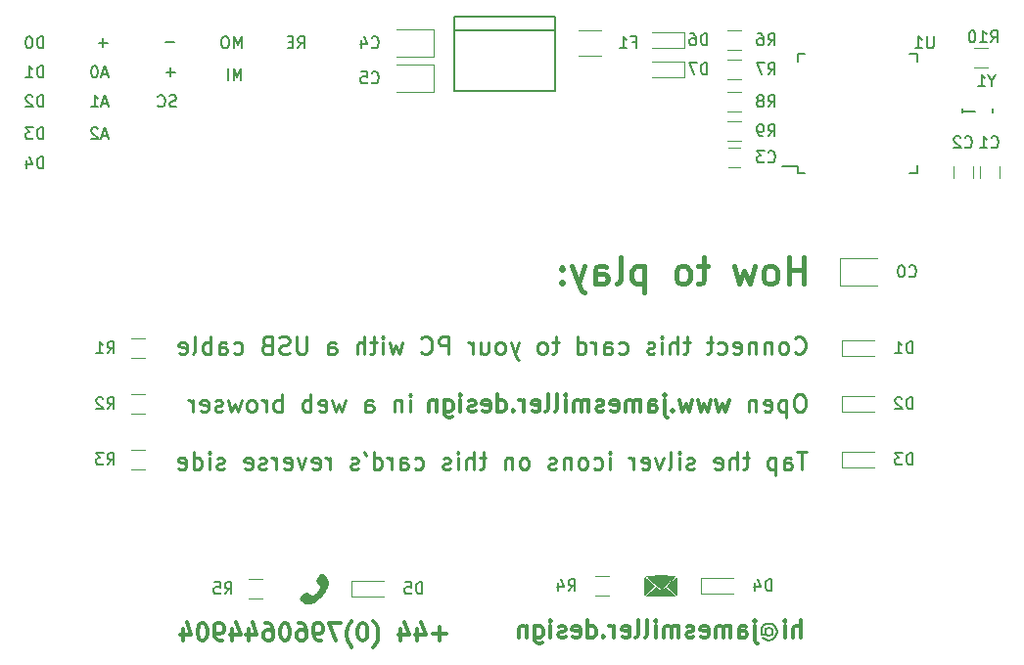
<source format=gbr>
G04 #@! TF.FileFunction,Legend,Bot*
%FSLAX46Y46*%
G04 Gerber Fmt 4.6, Leading zero omitted, Abs format (unit mm)*
G04 Created by KiCad (PCBNEW 4.0.4-stable) date Saturday, 28 October 2017 'AMt' 09:45:45*
%MOMM*%
%LPD*%
G01*
G04 APERTURE LIST*
%ADD10C,0.100000*%
%ADD11C,0.250000*%
%ADD12C,0.150000*%
%ADD13C,0.400000*%
%ADD14C,0.300000*%
%ADD15C,0.350000*%
%ADD16C,0.010000*%
%ADD17C,0.120000*%
G04 APERTURE END LIST*
D10*
D11*
X187127429Y-100691714D02*
X187198858Y-100763143D01*
X187413144Y-100834571D01*
X187556001Y-100834571D01*
X187770286Y-100763143D01*
X187913144Y-100620286D01*
X187984572Y-100477429D01*
X188056001Y-100191714D01*
X188056001Y-99977429D01*
X187984572Y-99691714D01*
X187913144Y-99548857D01*
X187770286Y-99406000D01*
X187556001Y-99334571D01*
X187413144Y-99334571D01*
X187198858Y-99406000D01*
X187127429Y-99477429D01*
X186270286Y-100834571D02*
X186413144Y-100763143D01*
X186484572Y-100691714D01*
X186556001Y-100548857D01*
X186556001Y-100120286D01*
X186484572Y-99977429D01*
X186413144Y-99906000D01*
X186270286Y-99834571D01*
X186056001Y-99834571D01*
X185913144Y-99906000D01*
X185841715Y-99977429D01*
X185770286Y-100120286D01*
X185770286Y-100548857D01*
X185841715Y-100691714D01*
X185913144Y-100763143D01*
X186056001Y-100834571D01*
X186270286Y-100834571D01*
X185127429Y-99834571D02*
X185127429Y-100834571D01*
X185127429Y-99977429D02*
X185056001Y-99906000D01*
X184913143Y-99834571D01*
X184698858Y-99834571D01*
X184556001Y-99906000D01*
X184484572Y-100048857D01*
X184484572Y-100834571D01*
X183770286Y-99834571D02*
X183770286Y-100834571D01*
X183770286Y-99977429D02*
X183698858Y-99906000D01*
X183556000Y-99834571D01*
X183341715Y-99834571D01*
X183198858Y-99906000D01*
X183127429Y-100048857D01*
X183127429Y-100834571D01*
X181841715Y-100763143D02*
X181984572Y-100834571D01*
X182270286Y-100834571D01*
X182413143Y-100763143D01*
X182484572Y-100620286D01*
X182484572Y-100048857D01*
X182413143Y-99906000D01*
X182270286Y-99834571D01*
X181984572Y-99834571D01*
X181841715Y-99906000D01*
X181770286Y-100048857D01*
X181770286Y-100191714D01*
X182484572Y-100334571D01*
X180484572Y-100763143D02*
X180627429Y-100834571D01*
X180913143Y-100834571D01*
X181056001Y-100763143D01*
X181127429Y-100691714D01*
X181198858Y-100548857D01*
X181198858Y-100120286D01*
X181127429Y-99977429D01*
X181056001Y-99906000D01*
X180913143Y-99834571D01*
X180627429Y-99834571D01*
X180484572Y-99906000D01*
X180056001Y-99834571D02*
X179484572Y-99834571D01*
X179841715Y-99334571D02*
X179841715Y-100620286D01*
X179770287Y-100763143D01*
X179627429Y-100834571D01*
X179484572Y-100834571D01*
X178056001Y-99834571D02*
X177484572Y-99834571D01*
X177841715Y-99334571D02*
X177841715Y-100620286D01*
X177770287Y-100763143D01*
X177627429Y-100834571D01*
X177484572Y-100834571D01*
X176984572Y-100834571D02*
X176984572Y-99334571D01*
X176341715Y-100834571D02*
X176341715Y-100048857D01*
X176413144Y-99906000D01*
X176556001Y-99834571D01*
X176770286Y-99834571D01*
X176913144Y-99906000D01*
X176984572Y-99977429D01*
X175627429Y-100834571D02*
X175627429Y-99834571D01*
X175627429Y-99334571D02*
X175698858Y-99406000D01*
X175627429Y-99477429D01*
X175556001Y-99406000D01*
X175627429Y-99334571D01*
X175627429Y-99477429D01*
X174984572Y-100763143D02*
X174841715Y-100834571D01*
X174556000Y-100834571D01*
X174413143Y-100763143D01*
X174341715Y-100620286D01*
X174341715Y-100548857D01*
X174413143Y-100406000D01*
X174556000Y-100334571D01*
X174770286Y-100334571D01*
X174913143Y-100263143D01*
X174984572Y-100120286D01*
X174984572Y-100048857D01*
X174913143Y-99906000D01*
X174770286Y-99834571D01*
X174556000Y-99834571D01*
X174413143Y-99906000D01*
X171913143Y-100763143D02*
X172056000Y-100834571D01*
X172341714Y-100834571D01*
X172484572Y-100763143D01*
X172556000Y-100691714D01*
X172627429Y-100548857D01*
X172627429Y-100120286D01*
X172556000Y-99977429D01*
X172484572Y-99906000D01*
X172341714Y-99834571D01*
X172056000Y-99834571D01*
X171913143Y-99906000D01*
X170627429Y-100834571D02*
X170627429Y-100048857D01*
X170698858Y-99906000D01*
X170841715Y-99834571D01*
X171127429Y-99834571D01*
X171270286Y-99906000D01*
X170627429Y-100763143D02*
X170770286Y-100834571D01*
X171127429Y-100834571D01*
X171270286Y-100763143D01*
X171341715Y-100620286D01*
X171341715Y-100477429D01*
X171270286Y-100334571D01*
X171127429Y-100263143D01*
X170770286Y-100263143D01*
X170627429Y-100191714D01*
X169913143Y-100834571D02*
X169913143Y-99834571D01*
X169913143Y-100120286D02*
X169841715Y-99977429D01*
X169770286Y-99906000D01*
X169627429Y-99834571D01*
X169484572Y-99834571D01*
X168341715Y-100834571D02*
X168341715Y-99334571D01*
X168341715Y-100763143D02*
X168484572Y-100834571D01*
X168770286Y-100834571D01*
X168913144Y-100763143D01*
X168984572Y-100691714D01*
X169056001Y-100548857D01*
X169056001Y-100120286D01*
X168984572Y-99977429D01*
X168913144Y-99906000D01*
X168770286Y-99834571D01*
X168484572Y-99834571D01*
X168341715Y-99906000D01*
X166698858Y-99834571D02*
X166127429Y-99834571D01*
X166484572Y-99334571D02*
X166484572Y-100620286D01*
X166413144Y-100763143D01*
X166270286Y-100834571D01*
X166127429Y-100834571D01*
X165413143Y-100834571D02*
X165556001Y-100763143D01*
X165627429Y-100691714D01*
X165698858Y-100548857D01*
X165698858Y-100120286D01*
X165627429Y-99977429D01*
X165556001Y-99906000D01*
X165413143Y-99834571D01*
X165198858Y-99834571D01*
X165056001Y-99906000D01*
X164984572Y-99977429D01*
X164913143Y-100120286D01*
X164913143Y-100548857D01*
X164984572Y-100691714D01*
X165056001Y-100763143D01*
X165198858Y-100834571D01*
X165413143Y-100834571D01*
X163270286Y-99834571D02*
X162913143Y-100834571D01*
X162556001Y-99834571D02*
X162913143Y-100834571D01*
X163056001Y-101191714D01*
X163127429Y-101263143D01*
X163270286Y-101334571D01*
X161770286Y-100834571D02*
X161913144Y-100763143D01*
X161984572Y-100691714D01*
X162056001Y-100548857D01*
X162056001Y-100120286D01*
X161984572Y-99977429D01*
X161913144Y-99906000D01*
X161770286Y-99834571D01*
X161556001Y-99834571D01*
X161413144Y-99906000D01*
X161341715Y-99977429D01*
X161270286Y-100120286D01*
X161270286Y-100548857D01*
X161341715Y-100691714D01*
X161413144Y-100763143D01*
X161556001Y-100834571D01*
X161770286Y-100834571D01*
X159984572Y-99834571D02*
X159984572Y-100834571D01*
X160627429Y-99834571D02*
X160627429Y-100620286D01*
X160556001Y-100763143D01*
X160413143Y-100834571D01*
X160198858Y-100834571D01*
X160056001Y-100763143D01*
X159984572Y-100691714D01*
X159270286Y-100834571D02*
X159270286Y-99834571D01*
X159270286Y-100120286D02*
X159198858Y-99977429D01*
X159127429Y-99906000D01*
X158984572Y-99834571D01*
X158841715Y-99834571D01*
X157198858Y-100834571D02*
X157198858Y-99334571D01*
X156627430Y-99334571D01*
X156484572Y-99406000D01*
X156413144Y-99477429D01*
X156341715Y-99620286D01*
X156341715Y-99834571D01*
X156413144Y-99977429D01*
X156484572Y-100048857D01*
X156627430Y-100120286D01*
X157198858Y-100120286D01*
X154841715Y-100691714D02*
X154913144Y-100763143D01*
X155127430Y-100834571D01*
X155270287Y-100834571D01*
X155484572Y-100763143D01*
X155627430Y-100620286D01*
X155698858Y-100477429D01*
X155770287Y-100191714D01*
X155770287Y-99977429D01*
X155698858Y-99691714D01*
X155627430Y-99548857D01*
X155484572Y-99406000D01*
X155270287Y-99334571D01*
X155127430Y-99334571D01*
X154913144Y-99406000D01*
X154841715Y-99477429D01*
X153198858Y-99834571D02*
X152913144Y-100834571D01*
X152627430Y-100120286D01*
X152341715Y-100834571D01*
X152056001Y-99834571D01*
X151484572Y-100834571D02*
X151484572Y-99834571D01*
X151484572Y-99334571D02*
X151556001Y-99406000D01*
X151484572Y-99477429D01*
X151413144Y-99406000D01*
X151484572Y-99334571D01*
X151484572Y-99477429D01*
X150984572Y-99834571D02*
X150413143Y-99834571D01*
X150770286Y-99334571D02*
X150770286Y-100620286D01*
X150698858Y-100763143D01*
X150556000Y-100834571D01*
X150413143Y-100834571D01*
X149913143Y-100834571D02*
X149913143Y-99334571D01*
X149270286Y-100834571D02*
X149270286Y-100048857D01*
X149341715Y-99906000D01*
X149484572Y-99834571D01*
X149698857Y-99834571D01*
X149841715Y-99906000D01*
X149913143Y-99977429D01*
X146770286Y-100834571D02*
X146770286Y-100048857D01*
X146841715Y-99906000D01*
X146984572Y-99834571D01*
X147270286Y-99834571D01*
X147413143Y-99906000D01*
X146770286Y-100763143D02*
X146913143Y-100834571D01*
X147270286Y-100834571D01*
X147413143Y-100763143D01*
X147484572Y-100620286D01*
X147484572Y-100477429D01*
X147413143Y-100334571D01*
X147270286Y-100263143D01*
X146913143Y-100263143D01*
X146770286Y-100191714D01*
X144913143Y-99334571D02*
X144913143Y-100548857D01*
X144841715Y-100691714D01*
X144770286Y-100763143D01*
X144627429Y-100834571D01*
X144341715Y-100834571D01*
X144198857Y-100763143D01*
X144127429Y-100691714D01*
X144056000Y-100548857D01*
X144056000Y-99334571D01*
X143413143Y-100763143D02*
X143198857Y-100834571D01*
X142841714Y-100834571D01*
X142698857Y-100763143D01*
X142627428Y-100691714D01*
X142556000Y-100548857D01*
X142556000Y-100406000D01*
X142627428Y-100263143D01*
X142698857Y-100191714D01*
X142841714Y-100120286D01*
X143127428Y-100048857D01*
X143270286Y-99977429D01*
X143341714Y-99906000D01*
X143413143Y-99763143D01*
X143413143Y-99620286D01*
X143341714Y-99477429D01*
X143270286Y-99406000D01*
X143127428Y-99334571D01*
X142770286Y-99334571D01*
X142556000Y-99406000D01*
X141413143Y-100048857D02*
X141198857Y-100120286D01*
X141127429Y-100191714D01*
X141056000Y-100334571D01*
X141056000Y-100548857D01*
X141127429Y-100691714D01*
X141198857Y-100763143D01*
X141341715Y-100834571D01*
X141913143Y-100834571D01*
X141913143Y-99334571D01*
X141413143Y-99334571D01*
X141270286Y-99406000D01*
X141198857Y-99477429D01*
X141127429Y-99620286D01*
X141127429Y-99763143D01*
X141198857Y-99906000D01*
X141270286Y-99977429D01*
X141413143Y-100048857D01*
X141913143Y-100048857D01*
X138627429Y-100763143D02*
X138770286Y-100834571D01*
X139056000Y-100834571D01*
X139198858Y-100763143D01*
X139270286Y-100691714D01*
X139341715Y-100548857D01*
X139341715Y-100120286D01*
X139270286Y-99977429D01*
X139198858Y-99906000D01*
X139056000Y-99834571D01*
X138770286Y-99834571D01*
X138627429Y-99906000D01*
X137341715Y-100834571D02*
X137341715Y-100048857D01*
X137413144Y-99906000D01*
X137556001Y-99834571D01*
X137841715Y-99834571D01*
X137984572Y-99906000D01*
X137341715Y-100763143D02*
X137484572Y-100834571D01*
X137841715Y-100834571D01*
X137984572Y-100763143D01*
X138056001Y-100620286D01*
X138056001Y-100477429D01*
X137984572Y-100334571D01*
X137841715Y-100263143D01*
X137484572Y-100263143D01*
X137341715Y-100191714D01*
X136627429Y-100834571D02*
X136627429Y-99334571D01*
X136627429Y-99906000D02*
X136484572Y-99834571D01*
X136198858Y-99834571D01*
X136056001Y-99906000D01*
X135984572Y-99977429D01*
X135913143Y-100120286D01*
X135913143Y-100548857D01*
X135984572Y-100691714D01*
X136056001Y-100763143D01*
X136198858Y-100834571D01*
X136484572Y-100834571D01*
X136627429Y-100763143D01*
X135056000Y-100834571D02*
X135198858Y-100763143D01*
X135270286Y-100620286D01*
X135270286Y-99334571D01*
X133913144Y-100763143D02*
X134056001Y-100834571D01*
X134341715Y-100834571D01*
X134484572Y-100763143D01*
X134556001Y-100620286D01*
X134556001Y-100048857D01*
X134484572Y-99906000D01*
X134341715Y-99834571D01*
X134056001Y-99834571D01*
X133913144Y-99906000D01*
X133841715Y-100048857D01*
X133841715Y-100191714D01*
X134556001Y-100334571D01*
X187698858Y-104334571D02*
X187413144Y-104334571D01*
X187270286Y-104406000D01*
X187127429Y-104548857D01*
X187056001Y-104834571D01*
X187056001Y-105334571D01*
X187127429Y-105620286D01*
X187270286Y-105763143D01*
X187413144Y-105834571D01*
X187698858Y-105834571D01*
X187841715Y-105763143D01*
X187984572Y-105620286D01*
X188056001Y-105334571D01*
X188056001Y-104834571D01*
X187984572Y-104548857D01*
X187841715Y-104406000D01*
X187698858Y-104334571D01*
X186413143Y-104834571D02*
X186413143Y-106334571D01*
X186413143Y-104906000D02*
X186270286Y-104834571D01*
X185984572Y-104834571D01*
X185841715Y-104906000D01*
X185770286Y-104977429D01*
X185698857Y-105120286D01*
X185698857Y-105548857D01*
X185770286Y-105691714D01*
X185841715Y-105763143D01*
X185984572Y-105834571D01*
X186270286Y-105834571D01*
X186413143Y-105763143D01*
X184484572Y-105763143D02*
X184627429Y-105834571D01*
X184913143Y-105834571D01*
X185056000Y-105763143D01*
X185127429Y-105620286D01*
X185127429Y-105048857D01*
X185056000Y-104906000D01*
X184913143Y-104834571D01*
X184627429Y-104834571D01*
X184484572Y-104906000D01*
X184413143Y-105048857D01*
X184413143Y-105191714D01*
X185127429Y-105334571D01*
X183770286Y-104834571D02*
X183770286Y-105834571D01*
X183770286Y-104977429D02*
X183698858Y-104906000D01*
X183556000Y-104834571D01*
X183341715Y-104834571D01*
X183198858Y-104906000D01*
X183127429Y-105048857D01*
X183127429Y-105834571D01*
X153841718Y-105834571D02*
X153841718Y-104834571D01*
X153841718Y-104334571D02*
X153913147Y-104406000D01*
X153841718Y-104477429D01*
X153770290Y-104406000D01*
X153841718Y-104334571D01*
X153841718Y-104477429D01*
X153127432Y-104834571D02*
X153127432Y-105834571D01*
X153127432Y-104977429D02*
X153056004Y-104906000D01*
X152913146Y-104834571D01*
X152698861Y-104834571D01*
X152556004Y-104906000D01*
X152484575Y-105048857D01*
X152484575Y-105834571D01*
X149984575Y-105834571D02*
X149984575Y-105048857D01*
X150056004Y-104906000D01*
X150198861Y-104834571D01*
X150484575Y-104834571D01*
X150627432Y-104906000D01*
X149984575Y-105763143D02*
X150127432Y-105834571D01*
X150484575Y-105834571D01*
X150627432Y-105763143D01*
X150698861Y-105620286D01*
X150698861Y-105477429D01*
X150627432Y-105334571D01*
X150484575Y-105263143D01*
X150127432Y-105263143D01*
X149984575Y-105191714D01*
X148270289Y-104834571D02*
X147984575Y-105834571D01*
X147698861Y-105120286D01*
X147413146Y-105834571D01*
X147127432Y-104834571D01*
X145984575Y-105763143D02*
X146127432Y-105834571D01*
X146413146Y-105834571D01*
X146556003Y-105763143D01*
X146627432Y-105620286D01*
X146627432Y-105048857D01*
X146556003Y-104906000D01*
X146413146Y-104834571D01*
X146127432Y-104834571D01*
X145984575Y-104906000D01*
X145913146Y-105048857D01*
X145913146Y-105191714D01*
X146627432Y-105334571D01*
X145270289Y-105834571D02*
X145270289Y-104334571D01*
X145270289Y-104906000D02*
X145127432Y-104834571D01*
X144841718Y-104834571D01*
X144698861Y-104906000D01*
X144627432Y-104977429D01*
X144556003Y-105120286D01*
X144556003Y-105548857D01*
X144627432Y-105691714D01*
X144698861Y-105763143D01*
X144841718Y-105834571D01*
X145127432Y-105834571D01*
X145270289Y-105763143D01*
X142770289Y-105834571D02*
X142770289Y-104334571D01*
X142770289Y-104906000D02*
X142627432Y-104834571D01*
X142341718Y-104834571D01*
X142198861Y-104906000D01*
X142127432Y-104977429D01*
X142056003Y-105120286D01*
X142056003Y-105548857D01*
X142127432Y-105691714D01*
X142198861Y-105763143D01*
X142341718Y-105834571D01*
X142627432Y-105834571D01*
X142770289Y-105763143D01*
X141413146Y-105834571D02*
X141413146Y-104834571D01*
X141413146Y-105120286D02*
X141341718Y-104977429D01*
X141270289Y-104906000D01*
X141127432Y-104834571D01*
X140984575Y-104834571D01*
X140270289Y-105834571D02*
X140413147Y-105763143D01*
X140484575Y-105691714D01*
X140556004Y-105548857D01*
X140556004Y-105120286D01*
X140484575Y-104977429D01*
X140413147Y-104906000D01*
X140270289Y-104834571D01*
X140056004Y-104834571D01*
X139913147Y-104906000D01*
X139841718Y-104977429D01*
X139770289Y-105120286D01*
X139770289Y-105548857D01*
X139841718Y-105691714D01*
X139913147Y-105763143D01*
X140056004Y-105834571D01*
X140270289Y-105834571D01*
X139270289Y-104834571D02*
X138984575Y-105834571D01*
X138698861Y-105120286D01*
X138413146Y-105834571D01*
X138127432Y-104834571D01*
X137627432Y-105763143D02*
X137484575Y-105834571D01*
X137198860Y-105834571D01*
X137056003Y-105763143D01*
X136984575Y-105620286D01*
X136984575Y-105548857D01*
X137056003Y-105406000D01*
X137198860Y-105334571D01*
X137413146Y-105334571D01*
X137556003Y-105263143D01*
X137627432Y-105120286D01*
X137627432Y-105048857D01*
X137556003Y-104906000D01*
X137413146Y-104834571D01*
X137198860Y-104834571D01*
X137056003Y-104906000D01*
X135770289Y-105763143D02*
X135913146Y-105834571D01*
X136198860Y-105834571D01*
X136341717Y-105763143D01*
X136413146Y-105620286D01*
X136413146Y-105048857D01*
X136341717Y-104906000D01*
X136198860Y-104834571D01*
X135913146Y-104834571D01*
X135770289Y-104906000D01*
X135698860Y-105048857D01*
X135698860Y-105191714D01*
X136413146Y-105334571D01*
X135056003Y-105834571D02*
X135056003Y-104834571D01*
X135056003Y-105120286D02*
X134984575Y-104977429D01*
X134913146Y-104906000D01*
X134770289Y-104834571D01*
X134627432Y-104834571D01*
X188198858Y-109334571D02*
X187341715Y-109334571D01*
X187770286Y-110834571D02*
X187770286Y-109334571D01*
X186198858Y-110834571D02*
X186198858Y-110048857D01*
X186270287Y-109906000D01*
X186413144Y-109834571D01*
X186698858Y-109834571D01*
X186841715Y-109906000D01*
X186198858Y-110763143D02*
X186341715Y-110834571D01*
X186698858Y-110834571D01*
X186841715Y-110763143D01*
X186913144Y-110620286D01*
X186913144Y-110477429D01*
X186841715Y-110334571D01*
X186698858Y-110263143D01*
X186341715Y-110263143D01*
X186198858Y-110191714D01*
X185484572Y-109834571D02*
X185484572Y-111334571D01*
X185484572Y-109906000D02*
X185341715Y-109834571D01*
X185056001Y-109834571D01*
X184913144Y-109906000D01*
X184841715Y-109977429D01*
X184770286Y-110120286D01*
X184770286Y-110548857D01*
X184841715Y-110691714D01*
X184913144Y-110763143D01*
X185056001Y-110834571D01*
X185341715Y-110834571D01*
X185484572Y-110763143D01*
X183198858Y-109834571D02*
X182627429Y-109834571D01*
X182984572Y-109334571D02*
X182984572Y-110620286D01*
X182913144Y-110763143D01*
X182770286Y-110834571D01*
X182627429Y-110834571D01*
X182127429Y-110834571D02*
X182127429Y-109334571D01*
X181484572Y-110834571D02*
X181484572Y-110048857D01*
X181556001Y-109906000D01*
X181698858Y-109834571D01*
X181913143Y-109834571D01*
X182056001Y-109906000D01*
X182127429Y-109977429D01*
X180198858Y-110763143D02*
X180341715Y-110834571D01*
X180627429Y-110834571D01*
X180770286Y-110763143D01*
X180841715Y-110620286D01*
X180841715Y-110048857D01*
X180770286Y-109906000D01*
X180627429Y-109834571D01*
X180341715Y-109834571D01*
X180198858Y-109906000D01*
X180127429Y-110048857D01*
X180127429Y-110191714D01*
X180841715Y-110334571D01*
X178413144Y-110763143D02*
X178270287Y-110834571D01*
X177984572Y-110834571D01*
X177841715Y-110763143D01*
X177770287Y-110620286D01*
X177770287Y-110548857D01*
X177841715Y-110406000D01*
X177984572Y-110334571D01*
X178198858Y-110334571D01*
X178341715Y-110263143D01*
X178413144Y-110120286D01*
X178413144Y-110048857D01*
X178341715Y-109906000D01*
X178198858Y-109834571D01*
X177984572Y-109834571D01*
X177841715Y-109906000D01*
X177127429Y-110834571D02*
X177127429Y-109834571D01*
X177127429Y-109334571D02*
X177198858Y-109406000D01*
X177127429Y-109477429D01*
X177056001Y-109406000D01*
X177127429Y-109334571D01*
X177127429Y-109477429D01*
X176198857Y-110834571D02*
X176341715Y-110763143D01*
X176413143Y-110620286D01*
X176413143Y-109334571D01*
X175770286Y-109834571D02*
X175413143Y-110834571D01*
X175056001Y-109834571D01*
X173913144Y-110763143D02*
X174056001Y-110834571D01*
X174341715Y-110834571D01*
X174484572Y-110763143D01*
X174556001Y-110620286D01*
X174556001Y-110048857D01*
X174484572Y-109906000D01*
X174341715Y-109834571D01*
X174056001Y-109834571D01*
X173913144Y-109906000D01*
X173841715Y-110048857D01*
X173841715Y-110191714D01*
X174556001Y-110334571D01*
X173198858Y-110834571D02*
X173198858Y-109834571D01*
X173198858Y-110120286D02*
X173127430Y-109977429D01*
X173056001Y-109906000D01*
X172913144Y-109834571D01*
X172770287Y-109834571D01*
X171127430Y-110834571D02*
X171127430Y-109834571D01*
X171127430Y-109334571D02*
X171198859Y-109406000D01*
X171127430Y-109477429D01*
X171056002Y-109406000D01*
X171127430Y-109334571D01*
X171127430Y-109477429D01*
X169770287Y-110763143D02*
X169913144Y-110834571D01*
X170198858Y-110834571D01*
X170341716Y-110763143D01*
X170413144Y-110691714D01*
X170484573Y-110548857D01*
X170484573Y-110120286D01*
X170413144Y-109977429D01*
X170341716Y-109906000D01*
X170198858Y-109834571D01*
X169913144Y-109834571D01*
X169770287Y-109906000D01*
X168913144Y-110834571D02*
X169056002Y-110763143D01*
X169127430Y-110691714D01*
X169198859Y-110548857D01*
X169198859Y-110120286D01*
X169127430Y-109977429D01*
X169056002Y-109906000D01*
X168913144Y-109834571D01*
X168698859Y-109834571D01*
X168556002Y-109906000D01*
X168484573Y-109977429D01*
X168413144Y-110120286D01*
X168413144Y-110548857D01*
X168484573Y-110691714D01*
X168556002Y-110763143D01*
X168698859Y-110834571D01*
X168913144Y-110834571D01*
X167770287Y-109834571D02*
X167770287Y-110834571D01*
X167770287Y-109977429D02*
X167698859Y-109906000D01*
X167556001Y-109834571D01*
X167341716Y-109834571D01*
X167198859Y-109906000D01*
X167127430Y-110048857D01*
X167127430Y-110834571D01*
X166484573Y-110763143D02*
X166341716Y-110834571D01*
X166056001Y-110834571D01*
X165913144Y-110763143D01*
X165841716Y-110620286D01*
X165841716Y-110548857D01*
X165913144Y-110406000D01*
X166056001Y-110334571D01*
X166270287Y-110334571D01*
X166413144Y-110263143D01*
X166484573Y-110120286D01*
X166484573Y-110048857D01*
X166413144Y-109906000D01*
X166270287Y-109834571D01*
X166056001Y-109834571D01*
X165913144Y-109906000D01*
X163841715Y-110834571D02*
X163984573Y-110763143D01*
X164056001Y-110691714D01*
X164127430Y-110548857D01*
X164127430Y-110120286D01*
X164056001Y-109977429D01*
X163984573Y-109906000D01*
X163841715Y-109834571D01*
X163627430Y-109834571D01*
X163484573Y-109906000D01*
X163413144Y-109977429D01*
X163341715Y-110120286D01*
X163341715Y-110548857D01*
X163413144Y-110691714D01*
X163484573Y-110763143D01*
X163627430Y-110834571D01*
X163841715Y-110834571D01*
X162698858Y-109834571D02*
X162698858Y-110834571D01*
X162698858Y-109977429D02*
X162627430Y-109906000D01*
X162484572Y-109834571D01*
X162270287Y-109834571D01*
X162127430Y-109906000D01*
X162056001Y-110048857D01*
X162056001Y-110834571D01*
X160413144Y-109834571D02*
X159841715Y-109834571D01*
X160198858Y-109334571D02*
X160198858Y-110620286D01*
X160127430Y-110763143D01*
X159984572Y-110834571D01*
X159841715Y-110834571D01*
X159341715Y-110834571D02*
X159341715Y-109334571D01*
X158698858Y-110834571D02*
X158698858Y-110048857D01*
X158770287Y-109906000D01*
X158913144Y-109834571D01*
X159127429Y-109834571D01*
X159270287Y-109906000D01*
X159341715Y-109977429D01*
X157984572Y-110834571D02*
X157984572Y-109834571D01*
X157984572Y-109334571D02*
X158056001Y-109406000D01*
X157984572Y-109477429D01*
X157913144Y-109406000D01*
X157984572Y-109334571D01*
X157984572Y-109477429D01*
X157341715Y-110763143D02*
X157198858Y-110834571D01*
X156913143Y-110834571D01*
X156770286Y-110763143D01*
X156698858Y-110620286D01*
X156698858Y-110548857D01*
X156770286Y-110406000D01*
X156913143Y-110334571D01*
X157127429Y-110334571D01*
X157270286Y-110263143D01*
X157341715Y-110120286D01*
X157341715Y-110048857D01*
X157270286Y-109906000D01*
X157127429Y-109834571D01*
X156913143Y-109834571D01*
X156770286Y-109906000D01*
X154270286Y-110763143D02*
X154413143Y-110834571D01*
X154698857Y-110834571D01*
X154841715Y-110763143D01*
X154913143Y-110691714D01*
X154984572Y-110548857D01*
X154984572Y-110120286D01*
X154913143Y-109977429D01*
X154841715Y-109906000D01*
X154698857Y-109834571D01*
X154413143Y-109834571D01*
X154270286Y-109906000D01*
X152984572Y-110834571D02*
X152984572Y-110048857D01*
X153056001Y-109906000D01*
X153198858Y-109834571D01*
X153484572Y-109834571D01*
X153627429Y-109906000D01*
X152984572Y-110763143D02*
X153127429Y-110834571D01*
X153484572Y-110834571D01*
X153627429Y-110763143D01*
X153698858Y-110620286D01*
X153698858Y-110477429D01*
X153627429Y-110334571D01*
X153484572Y-110263143D01*
X153127429Y-110263143D01*
X152984572Y-110191714D01*
X152270286Y-110834571D02*
X152270286Y-109834571D01*
X152270286Y-110120286D02*
X152198858Y-109977429D01*
X152127429Y-109906000D01*
X151984572Y-109834571D01*
X151841715Y-109834571D01*
X150698858Y-110834571D02*
X150698858Y-109334571D01*
X150698858Y-110763143D02*
X150841715Y-110834571D01*
X151127429Y-110834571D01*
X151270287Y-110763143D01*
X151341715Y-110691714D01*
X151413144Y-110548857D01*
X151413144Y-110120286D01*
X151341715Y-109977429D01*
X151270287Y-109906000D01*
X151127429Y-109834571D01*
X150841715Y-109834571D01*
X150698858Y-109906000D01*
X149913144Y-109334571D02*
X150056001Y-109620286D01*
X149341715Y-110763143D02*
X149198858Y-110834571D01*
X148913143Y-110834571D01*
X148770286Y-110763143D01*
X148698858Y-110620286D01*
X148698858Y-110548857D01*
X148770286Y-110406000D01*
X148913143Y-110334571D01*
X149127429Y-110334571D01*
X149270286Y-110263143D01*
X149341715Y-110120286D01*
X149341715Y-110048857D01*
X149270286Y-109906000D01*
X149127429Y-109834571D01*
X148913143Y-109834571D01*
X148770286Y-109906000D01*
X146913143Y-110834571D02*
X146913143Y-109834571D01*
X146913143Y-110120286D02*
X146841715Y-109977429D01*
X146770286Y-109906000D01*
X146627429Y-109834571D01*
X146484572Y-109834571D01*
X145413144Y-110763143D02*
X145556001Y-110834571D01*
X145841715Y-110834571D01*
X145984572Y-110763143D01*
X146056001Y-110620286D01*
X146056001Y-110048857D01*
X145984572Y-109906000D01*
X145841715Y-109834571D01*
X145556001Y-109834571D01*
X145413144Y-109906000D01*
X145341715Y-110048857D01*
X145341715Y-110191714D01*
X146056001Y-110334571D01*
X144841715Y-109834571D02*
X144484572Y-110834571D01*
X144127430Y-109834571D01*
X142984573Y-110763143D02*
X143127430Y-110834571D01*
X143413144Y-110834571D01*
X143556001Y-110763143D01*
X143627430Y-110620286D01*
X143627430Y-110048857D01*
X143556001Y-109906000D01*
X143413144Y-109834571D01*
X143127430Y-109834571D01*
X142984573Y-109906000D01*
X142913144Y-110048857D01*
X142913144Y-110191714D01*
X143627430Y-110334571D01*
X142270287Y-110834571D02*
X142270287Y-109834571D01*
X142270287Y-110120286D02*
X142198859Y-109977429D01*
X142127430Y-109906000D01*
X141984573Y-109834571D01*
X141841716Y-109834571D01*
X141413145Y-110763143D02*
X141270288Y-110834571D01*
X140984573Y-110834571D01*
X140841716Y-110763143D01*
X140770288Y-110620286D01*
X140770288Y-110548857D01*
X140841716Y-110406000D01*
X140984573Y-110334571D01*
X141198859Y-110334571D01*
X141341716Y-110263143D01*
X141413145Y-110120286D01*
X141413145Y-110048857D01*
X141341716Y-109906000D01*
X141198859Y-109834571D01*
X140984573Y-109834571D01*
X140841716Y-109906000D01*
X139556002Y-110763143D02*
X139698859Y-110834571D01*
X139984573Y-110834571D01*
X140127430Y-110763143D01*
X140198859Y-110620286D01*
X140198859Y-110048857D01*
X140127430Y-109906000D01*
X139984573Y-109834571D01*
X139698859Y-109834571D01*
X139556002Y-109906000D01*
X139484573Y-110048857D01*
X139484573Y-110191714D01*
X140198859Y-110334571D01*
X137770288Y-110763143D02*
X137627431Y-110834571D01*
X137341716Y-110834571D01*
X137198859Y-110763143D01*
X137127431Y-110620286D01*
X137127431Y-110548857D01*
X137198859Y-110406000D01*
X137341716Y-110334571D01*
X137556002Y-110334571D01*
X137698859Y-110263143D01*
X137770288Y-110120286D01*
X137770288Y-110048857D01*
X137698859Y-109906000D01*
X137556002Y-109834571D01*
X137341716Y-109834571D01*
X137198859Y-109906000D01*
X136484573Y-110834571D02*
X136484573Y-109834571D01*
X136484573Y-109334571D02*
X136556002Y-109406000D01*
X136484573Y-109477429D01*
X136413145Y-109406000D01*
X136484573Y-109334571D01*
X136484573Y-109477429D01*
X135127430Y-110834571D02*
X135127430Y-109334571D01*
X135127430Y-110763143D02*
X135270287Y-110834571D01*
X135556001Y-110834571D01*
X135698859Y-110763143D01*
X135770287Y-110691714D01*
X135841716Y-110548857D01*
X135841716Y-110120286D01*
X135770287Y-109977429D01*
X135698859Y-109906000D01*
X135556001Y-109834571D01*
X135270287Y-109834571D01*
X135127430Y-109906000D01*
X133841716Y-110763143D02*
X133984573Y-110834571D01*
X134270287Y-110834571D01*
X134413144Y-110763143D01*
X134484573Y-110620286D01*
X134484573Y-110048857D01*
X134413144Y-109906000D01*
X134270287Y-109834571D01*
X133984573Y-109834571D01*
X133841716Y-109906000D01*
X133770287Y-110048857D01*
X133770287Y-110191714D01*
X134484573Y-110334571D01*
D12*
X122150095Y-84780381D02*
X122150095Y-83780381D01*
X121912000Y-83780381D01*
X121769142Y-83828000D01*
X121673904Y-83923238D01*
X121626285Y-84018476D01*
X121578666Y-84208952D01*
X121578666Y-84351810D01*
X121626285Y-84542286D01*
X121673904Y-84637524D01*
X121769142Y-84732762D01*
X121912000Y-84780381D01*
X122150095Y-84780381D01*
X120721523Y-84113714D02*
X120721523Y-84780381D01*
X120959619Y-83732762D02*
X121197714Y-84447048D01*
X120578666Y-84447048D01*
X122150095Y-82240381D02*
X122150095Y-81240381D01*
X121912000Y-81240381D01*
X121769142Y-81288000D01*
X121673904Y-81383238D01*
X121626285Y-81478476D01*
X121578666Y-81668952D01*
X121578666Y-81811810D01*
X121626285Y-82002286D01*
X121673904Y-82097524D01*
X121769142Y-82192762D01*
X121912000Y-82240381D01*
X122150095Y-82240381D01*
X121245333Y-81240381D02*
X120626285Y-81240381D01*
X120959619Y-81621333D01*
X120816761Y-81621333D01*
X120721523Y-81668952D01*
X120673904Y-81716571D01*
X120626285Y-81811810D01*
X120626285Y-82049905D01*
X120673904Y-82145143D01*
X120721523Y-82192762D01*
X120816761Y-82240381D01*
X121102476Y-82240381D01*
X121197714Y-82192762D01*
X121245333Y-82145143D01*
X122150095Y-79446381D02*
X122150095Y-78446381D01*
X121912000Y-78446381D01*
X121769142Y-78494000D01*
X121673904Y-78589238D01*
X121626285Y-78684476D01*
X121578666Y-78874952D01*
X121578666Y-79017810D01*
X121626285Y-79208286D01*
X121673904Y-79303524D01*
X121769142Y-79398762D01*
X121912000Y-79446381D01*
X122150095Y-79446381D01*
X121197714Y-78541619D02*
X121150095Y-78494000D01*
X121054857Y-78446381D01*
X120816761Y-78446381D01*
X120721523Y-78494000D01*
X120673904Y-78541619D01*
X120626285Y-78636857D01*
X120626285Y-78732095D01*
X120673904Y-78874952D01*
X121245333Y-79446381D01*
X120626285Y-79446381D01*
X122150095Y-76906381D02*
X122150095Y-75906381D01*
X121912000Y-75906381D01*
X121769142Y-75954000D01*
X121673904Y-76049238D01*
X121626285Y-76144476D01*
X121578666Y-76334952D01*
X121578666Y-76477810D01*
X121626285Y-76668286D01*
X121673904Y-76763524D01*
X121769142Y-76858762D01*
X121912000Y-76906381D01*
X122150095Y-76906381D01*
X120626285Y-76906381D02*
X121197714Y-76906381D01*
X120912000Y-76906381D02*
X120912000Y-75906381D01*
X121007238Y-76049238D01*
X121102476Y-76144476D01*
X121197714Y-76192095D01*
X122150095Y-74366381D02*
X122150095Y-73366381D01*
X121912000Y-73366381D01*
X121769142Y-73414000D01*
X121673904Y-73509238D01*
X121626285Y-73604476D01*
X121578666Y-73794952D01*
X121578666Y-73937810D01*
X121626285Y-74128286D01*
X121673904Y-74223524D01*
X121769142Y-74318762D01*
X121912000Y-74366381D01*
X122150095Y-74366381D01*
X120959619Y-73366381D02*
X120864380Y-73366381D01*
X120769142Y-73414000D01*
X120721523Y-73461619D01*
X120673904Y-73556857D01*
X120626285Y-73747333D01*
X120626285Y-73985429D01*
X120673904Y-74175905D01*
X120721523Y-74271143D01*
X120769142Y-74318762D01*
X120864380Y-74366381D01*
X120959619Y-74366381D01*
X121054857Y-74318762D01*
X121102476Y-74271143D01*
X121150095Y-74175905D01*
X121197714Y-73985429D01*
X121197714Y-73747333D01*
X121150095Y-73556857D01*
X121102476Y-73461619D01*
X121054857Y-73414000D01*
X120959619Y-73366381D01*
X127714286Y-81954667D02*
X127238095Y-81954667D01*
X127809524Y-82240381D02*
X127476191Y-81240381D01*
X127142857Y-82240381D01*
X126857143Y-81335619D02*
X126809524Y-81288000D01*
X126714286Y-81240381D01*
X126476190Y-81240381D01*
X126380952Y-81288000D01*
X126333333Y-81335619D01*
X126285714Y-81430857D01*
X126285714Y-81526095D01*
X126333333Y-81668952D01*
X126904762Y-82240381D01*
X126285714Y-82240381D01*
X127714286Y-79160667D02*
X127238095Y-79160667D01*
X127809524Y-79446381D02*
X127476191Y-78446381D01*
X127142857Y-79446381D01*
X126285714Y-79446381D02*
X126857143Y-79446381D01*
X126571429Y-79446381D02*
X126571429Y-78446381D01*
X126666667Y-78589238D01*
X126761905Y-78684476D01*
X126857143Y-78732095D01*
X127714286Y-76620667D02*
X127238095Y-76620667D01*
X127809524Y-76906381D02*
X127476191Y-75906381D01*
X127142857Y-76906381D01*
X126619048Y-75906381D02*
X126523809Y-75906381D01*
X126428571Y-75954000D01*
X126380952Y-76001619D01*
X126333333Y-76096857D01*
X126285714Y-76287333D01*
X126285714Y-76525429D01*
X126333333Y-76715905D01*
X126380952Y-76811143D01*
X126428571Y-76858762D01*
X126523809Y-76906381D01*
X126619048Y-76906381D01*
X126714286Y-76858762D01*
X126761905Y-76811143D01*
X126809524Y-76715905D01*
X126857143Y-76525429D01*
X126857143Y-76287333D01*
X126809524Y-76096857D01*
X126761905Y-76001619D01*
X126714286Y-75954000D01*
X126619048Y-75906381D01*
X127325429Y-73533048D02*
X127325429Y-74294953D01*
X127706381Y-73914001D02*
X126944476Y-73914001D01*
X133627714Y-79398762D02*
X133484857Y-79446381D01*
X133246761Y-79446381D01*
X133151523Y-79398762D01*
X133103904Y-79351143D01*
X133056285Y-79255905D01*
X133056285Y-79160667D01*
X133103904Y-79065429D01*
X133151523Y-79017810D01*
X133246761Y-78970190D01*
X133437238Y-78922571D01*
X133532476Y-78874952D01*
X133580095Y-78827333D01*
X133627714Y-78732095D01*
X133627714Y-78636857D01*
X133580095Y-78541619D01*
X133532476Y-78494000D01*
X133437238Y-78446381D01*
X133199142Y-78446381D01*
X133056285Y-78494000D01*
X132056285Y-79351143D02*
X132103904Y-79398762D01*
X132246761Y-79446381D01*
X132341999Y-79446381D01*
X132484857Y-79398762D01*
X132580095Y-79303524D01*
X132627714Y-79208286D01*
X132675333Y-79017810D01*
X132675333Y-78874952D01*
X132627714Y-78684476D01*
X132580095Y-78589238D01*
X132484857Y-78494000D01*
X132341999Y-78446381D01*
X132246761Y-78446381D01*
X132103904Y-78494000D01*
X132056285Y-78541619D01*
X133167429Y-76073048D02*
X133167429Y-76834953D01*
X133548381Y-76454001D02*
X132786476Y-76454001D01*
X132715048Y-73842571D02*
X133476953Y-73842571D01*
X139255428Y-77160381D02*
X139255428Y-76160381D01*
X138922094Y-76874667D01*
X138588761Y-76160381D01*
X138588761Y-77160381D01*
X138112571Y-77160381D02*
X138112571Y-76160381D01*
X139287143Y-74366381D02*
X139287143Y-73366381D01*
X138953809Y-74080667D01*
X138620476Y-73366381D01*
X138620476Y-74366381D01*
X137953810Y-73366381D02*
X137763333Y-73366381D01*
X137668095Y-73414000D01*
X137572857Y-73509238D01*
X137525238Y-73699714D01*
X137525238Y-74033048D01*
X137572857Y-74223524D01*
X137668095Y-74318762D01*
X137763333Y-74366381D01*
X137953810Y-74366381D01*
X138049048Y-74318762D01*
X138144286Y-74223524D01*
X138191905Y-74033048D01*
X138191905Y-73699714D01*
X138144286Y-73509238D01*
X138049048Y-73414000D01*
X137953810Y-73366381D01*
X144160857Y-74366381D02*
X144494191Y-73890190D01*
X144732286Y-74366381D02*
X144732286Y-73366381D01*
X144351333Y-73366381D01*
X144256095Y-73414000D01*
X144208476Y-73461619D01*
X144160857Y-73556857D01*
X144160857Y-73699714D01*
X144208476Y-73794952D01*
X144256095Y-73842571D01*
X144351333Y-73890190D01*
X144732286Y-73890190D01*
X143732286Y-73842571D02*
X143398952Y-73842571D01*
X143256095Y-74366381D02*
X143732286Y-74366381D01*
X143732286Y-73366381D01*
X143256095Y-73366381D01*
D13*
X187920381Y-94766476D02*
X187920381Y-92466476D01*
X187920381Y-93561714D02*
X186606095Y-93561714D01*
X186606095Y-94766476D02*
X186606095Y-92466476D01*
X185182286Y-94766476D02*
X185401333Y-94656952D01*
X185510857Y-94547429D01*
X185620381Y-94328381D01*
X185620381Y-93671238D01*
X185510857Y-93452190D01*
X185401333Y-93342667D01*
X185182286Y-93233143D01*
X184853714Y-93233143D01*
X184634666Y-93342667D01*
X184525143Y-93452190D01*
X184415619Y-93671238D01*
X184415619Y-94328381D01*
X184525143Y-94547429D01*
X184634666Y-94656952D01*
X184853714Y-94766476D01*
X185182286Y-94766476D01*
X183648953Y-93233143D02*
X183210857Y-94766476D01*
X182772762Y-93671238D01*
X182334667Y-94766476D01*
X181896572Y-93233143D01*
X179596571Y-93233143D02*
X178720381Y-93233143D01*
X179268000Y-92466476D02*
X179268000Y-94437905D01*
X179158476Y-94656952D01*
X178939429Y-94766476D01*
X178720381Y-94766476D01*
X177625143Y-94766476D02*
X177844190Y-94656952D01*
X177953714Y-94547429D01*
X178063238Y-94328381D01*
X178063238Y-93671238D01*
X177953714Y-93452190D01*
X177844190Y-93342667D01*
X177625143Y-93233143D01*
X177296571Y-93233143D01*
X177077523Y-93342667D01*
X176968000Y-93452190D01*
X176858476Y-93671238D01*
X176858476Y-94328381D01*
X176968000Y-94547429D01*
X177077523Y-94656952D01*
X177296571Y-94766476D01*
X177625143Y-94766476D01*
X174120381Y-93233143D02*
X174120381Y-95533143D01*
X174120381Y-93342667D02*
X173901333Y-93233143D01*
X173463238Y-93233143D01*
X173244190Y-93342667D01*
X173134667Y-93452190D01*
X173025143Y-93671238D01*
X173025143Y-94328381D01*
X173134667Y-94547429D01*
X173244190Y-94656952D01*
X173463238Y-94766476D01*
X173901333Y-94766476D01*
X174120381Y-94656952D01*
X171710858Y-94766476D02*
X171929905Y-94656952D01*
X172039429Y-94437905D01*
X172039429Y-92466476D01*
X169848953Y-94766476D02*
X169848953Y-93561714D01*
X169958476Y-93342667D01*
X170177524Y-93233143D01*
X170615619Y-93233143D01*
X170834667Y-93342667D01*
X169848953Y-94656952D02*
X170068000Y-94766476D01*
X170615619Y-94766476D01*
X170834667Y-94656952D01*
X170944191Y-94437905D01*
X170944191Y-94218857D01*
X170834667Y-93999810D01*
X170615619Y-93890286D01*
X170068000Y-93890286D01*
X169848953Y-93780762D01*
X168972763Y-93233143D02*
X168425144Y-94766476D01*
X167877524Y-93233143D02*
X168425144Y-94766476D01*
X168644191Y-95314095D01*
X168753715Y-95423619D01*
X168972763Y-95533143D01*
X167001334Y-94547429D02*
X166891810Y-94656952D01*
X167001334Y-94766476D01*
X167110858Y-94656952D01*
X167001334Y-94547429D01*
X167001334Y-94766476D01*
X167001334Y-93342667D02*
X166891810Y-93452190D01*
X167001334Y-93561714D01*
X167110858Y-93452190D01*
X167001334Y-93342667D01*
X167001334Y-93561714D01*
D14*
X183660571Y-124392571D02*
X183660571Y-125678286D01*
X183732000Y-125821143D01*
X183874857Y-125892571D01*
X183946285Y-125892571D01*
X183660571Y-123892571D02*
X183732000Y-123964000D01*
X183660571Y-124035429D01*
X183589143Y-123964000D01*
X183660571Y-123892571D01*
X183660571Y-124035429D01*
X182303428Y-125392571D02*
X182303428Y-124606857D01*
X182374857Y-124464000D01*
X182517714Y-124392571D01*
X182803428Y-124392571D01*
X182946285Y-124464000D01*
X182303428Y-125321143D02*
X182446285Y-125392571D01*
X182803428Y-125392571D01*
X182946285Y-125321143D01*
X183017714Y-125178286D01*
X183017714Y-125035429D01*
X182946285Y-124892571D01*
X182803428Y-124821143D01*
X182446285Y-124821143D01*
X182303428Y-124749714D01*
X181589142Y-125392571D02*
X181589142Y-124392571D01*
X181589142Y-124535429D02*
X181517714Y-124464000D01*
X181374856Y-124392571D01*
X181160571Y-124392571D01*
X181017714Y-124464000D01*
X180946285Y-124606857D01*
X180946285Y-125392571D01*
X180946285Y-124606857D02*
X180874856Y-124464000D01*
X180731999Y-124392571D01*
X180517714Y-124392571D01*
X180374856Y-124464000D01*
X180303428Y-124606857D01*
X180303428Y-125392571D01*
X179017714Y-125321143D02*
X179160571Y-125392571D01*
X179446285Y-125392571D01*
X179589142Y-125321143D01*
X179660571Y-125178286D01*
X179660571Y-124606857D01*
X179589142Y-124464000D01*
X179446285Y-124392571D01*
X179160571Y-124392571D01*
X179017714Y-124464000D01*
X178946285Y-124606857D01*
X178946285Y-124749714D01*
X179660571Y-124892571D01*
X178374857Y-125321143D02*
X178232000Y-125392571D01*
X177946285Y-125392571D01*
X177803428Y-125321143D01*
X177732000Y-125178286D01*
X177732000Y-125106857D01*
X177803428Y-124964000D01*
X177946285Y-124892571D01*
X178160571Y-124892571D01*
X178303428Y-124821143D01*
X178374857Y-124678286D01*
X178374857Y-124606857D01*
X178303428Y-124464000D01*
X178160571Y-124392571D01*
X177946285Y-124392571D01*
X177803428Y-124464000D01*
X177089142Y-125392571D02*
X177089142Y-124392571D01*
X177089142Y-124535429D02*
X177017714Y-124464000D01*
X176874856Y-124392571D01*
X176660571Y-124392571D01*
X176517714Y-124464000D01*
X176446285Y-124606857D01*
X176446285Y-125392571D01*
X176446285Y-124606857D02*
X176374856Y-124464000D01*
X176231999Y-124392571D01*
X176017714Y-124392571D01*
X175874856Y-124464000D01*
X175803428Y-124606857D01*
X175803428Y-125392571D01*
X175089142Y-125392571D02*
X175089142Y-124392571D01*
X175089142Y-123892571D02*
X175160571Y-123964000D01*
X175089142Y-124035429D01*
X175017714Y-123964000D01*
X175089142Y-123892571D01*
X175089142Y-124035429D01*
X174160570Y-125392571D02*
X174303428Y-125321143D01*
X174374856Y-125178286D01*
X174374856Y-123892571D01*
X173374856Y-125392571D02*
X173517714Y-125321143D01*
X173589142Y-125178286D01*
X173589142Y-123892571D01*
X172232000Y-125321143D02*
X172374857Y-125392571D01*
X172660571Y-125392571D01*
X172803428Y-125321143D01*
X172874857Y-125178286D01*
X172874857Y-124606857D01*
X172803428Y-124464000D01*
X172660571Y-124392571D01*
X172374857Y-124392571D01*
X172232000Y-124464000D01*
X172160571Y-124606857D01*
X172160571Y-124749714D01*
X172874857Y-124892571D01*
X171517714Y-125392571D02*
X171517714Y-124392571D01*
X171517714Y-124678286D02*
X171446286Y-124535429D01*
X171374857Y-124464000D01*
X171232000Y-124392571D01*
X171089143Y-124392571D01*
X170589143Y-125249714D02*
X170517715Y-125321143D01*
X170589143Y-125392571D01*
X170660572Y-125321143D01*
X170589143Y-125249714D01*
X170589143Y-125392571D01*
X169232000Y-125392571D02*
X169232000Y-123892571D01*
X169232000Y-125321143D02*
X169374857Y-125392571D01*
X169660571Y-125392571D01*
X169803429Y-125321143D01*
X169874857Y-125249714D01*
X169946286Y-125106857D01*
X169946286Y-124678286D01*
X169874857Y-124535429D01*
X169803429Y-124464000D01*
X169660571Y-124392571D01*
X169374857Y-124392571D01*
X169232000Y-124464000D01*
X167946286Y-125321143D02*
X168089143Y-125392571D01*
X168374857Y-125392571D01*
X168517714Y-125321143D01*
X168589143Y-125178286D01*
X168589143Y-124606857D01*
X168517714Y-124464000D01*
X168374857Y-124392571D01*
X168089143Y-124392571D01*
X167946286Y-124464000D01*
X167874857Y-124606857D01*
X167874857Y-124749714D01*
X168589143Y-124892571D01*
X167303429Y-125321143D02*
X167160572Y-125392571D01*
X166874857Y-125392571D01*
X166732000Y-125321143D01*
X166660572Y-125178286D01*
X166660572Y-125106857D01*
X166732000Y-124964000D01*
X166874857Y-124892571D01*
X167089143Y-124892571D01*
X167232000Y-124821143D01*
X167303429Y-124678286D01*
X167303429Y-124606857D01*
X167232000Y-124464000D01*
X167089143Y-124392571D01*
X166874857Y-124392571D01*
X166732000Y-124464000D01*
X166017714Y-125392571D02*
X166017714Y-124392571D01*
X166017714Y-123892571D02*
X166089143Y-123964000D01*
X166017714Y-124035429D01*
X165946286Y-123964000D01*
X166017714Y-123892571D01*
X166017714Y-124035429D01*
X164660571Y-124392571D02*
X164660571Y-125606857D01*
X164732000Y-125749714D01*
X164803428Y-125821143D01*
X164946285Y-125892571D01*
X165160571Y-125892571D01*
X165303428Y-125821143D01*
X164660571Y-125321143D02*
X164803428Y-125392571D01*
X165089142Y-125392571D01*
X165232000Y-125321143D01*
X165303428Y-125249714D01*
X165374857Y-125106857D01*
X165374857Y-124678286D01*
X165303428Y-124535429D01*
X165232000Y-124464000D01*
X165089142Y-124392571D01*
X164803428Y-124392571D01*
X164660571Y-124464000D01*
X163946285Y-124392571D02*
X163946285Y-125392571D01*
X163946285Y-124535429D02*
X163874857Y-124464000D01*
X163731999Y-124392571D01*
X163517714Y-124392571D01*
X163374857Y-124464000D01*
X163303428Y-124606857D01*
X163303428Y-125392571D01*
D12*
X184590571Y-124678286D02*
X184661999Y-124606857D01*
X184804856Y-124535429D01*
X184947714Y-124535429D01*
X185090571Y-124606857D01*
X185161999Y-124678286D01*
X185233428Y-124821143D01*
X185233428Y-124964000D01*
X185161999Y-125106857D01*
X185090571Y-125178286D01*
X184947714Y-125249714D01*
X184804856Y-125249714D01*
X184661999Y-125178286D01*
X184590571Y-125106857D01*
X184590571Y-124535429D02*
X184590571Y-125106857D01*
X184519142Y-125178286D01*
X184447714Y-125178286D01*
X184304856Y-125106857D01*
X184233428Y-124964000D01*
X184233428Y-124606857D01*
X184376285Y-124392571D01*
X184590571Y-124249714D01*
X184876285Y-124178286D01*
X185161999Y-124249714D01*
X185376285Y-124392571D01*
X185519142Y-124606857D01*
X185590571Y-124892571D01*
X185519142Y-125178286D01*
X185376285Y-125392571D01*
X185161999Y-125535429D01*
X184876285Y-125606857D01*
X184590571Y-125535429D01*
X184376285Y-125392571D01*
D15*
X156970568Y-125075143D02*
X155827711Y-125075143D01*
X156399140Y-125646571D02*
X156399140Y-124503714D01*
X154470568Y-124646571D02*
X154470568Y-125646571D01*
X154827711Y-124075143D02*
X155184854Y-125146571D01*
X154256282Y-125146571D01*
X153041997Y-124646571D02*
X153041997Y-125646571D01*
X153399140Y-124075143D02*
X153756283Y-125146571D01*
X152827711Y-125146571D01*
X150684855Y-126218000D02*
X150756283Y-126146571D01*
X150899140Y-125932286D01*
X150970569Y-125789429D01*
X151041998Y-125575143D01*
X151113426Y-125218000D01*
X151113426Y-124932286D01*
X151041998Y-124575143D01*
X150970569Y-124360857D01*
X150899140Y-124218000D01*
X150756283Y-124003714D01*
X150684855Y-123932286D01*
X149827712Y-124146571D02*
X149684855Y-124146571D01*
X149541998Y-124218000D01*
X149470569Y-124289429D01*
X149399140Y-124432286D01*
X149327712Y-124718000D01*
X149327712Y-125075143D01*
X149399140Y-125360857D01*
X149470569Y-125503714D01*
X149541998Y-125575143D01*
X149684855Y-125646571D01*
X149827712Y-125646571D01*
X149970569Y-125575143D01*
X150041998Y-125503714D01*
X150113426Y-125360857D01*
X150184855Y-125075143D01*
X150184855Y-124718000D01*
X150113426Y-124432286D01*
X150041998Y-124289429D01*
X149970569Y-124218000D01*
X149827712Y-124146571D01*
X148827712Y-126218000D02*
X148756284Y-126146571D01*
X148613427Y-125932286D01*
X148541998Y-125789429D01*
X148470569Y-125575143D01*
X148399141Y-125218000D01*
X148399141Y-124932286D01*
X148470569Y-124575143D01*
X148541998Y-124360857D01*
X148613427Y-124218000D01*
X148756284Y-124003714D01*
X148827712Y-123932286D01*
X147827712Y-124146571D02*
X146827712Y-124146571D01*
X147470569Y-125646571D01*
X146184856Y-125646571D02*
X145899141Y-125646571D01*
X145756284Y-125575143D01*
X145684856Y-125503714D01*
X145541998Y-125289429D01*
X145470570Y-125003714D01*
X145470570Y-124432286D01*
X145541998Y-124289429D01*
X145613427Y-124218000D01*
X145756284Y-124146571D01*
X146041998Y-124146571D01*
X146184856Y-124218000D01*
X146256284Y-124289429D01*
X146327713Y-124432286D01*
X146327713Y-124789429D01*
X146256284Y-124932286D01*
X146184856Y-125003714D01*
X146041998Y-125075143D01*
X145756284Y-125075143D01*
X145613427Y-125003714D01*
X145541998Y-124932286D01*
X145470570Y-124789429D01*
X144184856Y-124146571D02*
X144470570Y-124146571D01*
X144613427Y-124218000D01*
X144684856Y-124289429D01*
X144827713Y-124503714D01*
X144899142Y-124789429D01*
X144899142Y-125360857D01*
X144827713Y-125503714D01*
X144756285Y-125575143D01*
X144613427Y-125646571D01*
X144327713Y-125646571D01*
X144184856Y-125575143D01*
X144113427Y-125503714D01*
X144041999Y-125360857D01*
X144041999Y-125003714D01*
X144113427Y-124860857D01*
X144184856Y-124789429D01*
X144327713Y-124718000D01*
X144613427Y-124718000D01*
X144756285Y-124789429D01*
X144827713Y-124860857D01*
X144899142Y-125003714D01*
X143113428Y-124146571D02*
X142970571Y-124146571D01*
X142827714Y-124218000D01*
X142756285Y-124289429D01*
X142684856Y-124432286D01*
X142613428Y-124718000D01*
X142613428Y-125075143D01*
X142684856Y-125360857D01*
X142756285Y-125503714D01*
X142827714Y-125575143D01*
X142970571Y-125646571D01*
X143113428Y-125646571D01*
X143256285Y-125575143D01*
X143327714Y-125503714D01*
X143399142Y-125360857D01*
X143470571Y-125075143D01*
X143470571Y-124718000D01*
X143399142Y-124432286D01*
X143327714Y-124289429D01*
X143256285Y-124218000D01*
X143113428Y-124146571D01*
X141327714Y-124146571D02*
X141613428Y-124146571D01*
X141756285Y-124218000D01*
X141827714Y-124289429D01*
X141970571Y-124503714D01*
X142042000Y-124789429D01*
X142042000Y-125360857D01*
X141970571Y-125503714D01*
X141899143Y-125575143D01*
X141756285Y-125646571D01*
X141470571Y-125646571D01*
X141327714Y-125575143D01*
X141256285Y-125503714D01*
X141184857Y-125360857D01*
X141184857Y-125003714D01*
X141256285Y-124860857D01*
X141327714Y-124789429D01*
X141470571Y-124718000D01*
X141756285Y-124718000D01*
X141899143Y-124789429D01*
X141970571Y-124860857D01*
X142042000Y-125003714D01*
X139899143Y-124646571D02*
X139899143Y-125646571D01*
X140256286Y-124075143D02*
X140613429Y-125146571D01*
X139684857Y-125146571D01*
X138470572Y-124646571D02*
X138470572Y-125646571D01*
X138827715Y-124075143D02*
X139184858Y-125146571D01*
X138256286Y-125146571D01*
X137613430Y-125646571D02*
X137327715Y-125646571D01*
X137184858Y-125575143D01*
X137113430Y-125503714D01*
X136970572Y-125289429D01*
X136899144Y-125003714D01*
X136899144Y-124432286D01*
X136970572Y-124289429D01*
X137042001Y-124218000D01*
X137184858Y-124146571D01*
X137470572Y-124146571D01*
X137613430Y-124218000D01*
X137684858Y-124289429D01*
X137756287Y-124432286D01*
X137756287Y-124789429D01*
X137684858Y-124932286D01*
X137613430Y-125003714D01*
X137470572Y-125075143D01*
X137184858Y-125075143D01*
X137042001Y-125003714D01*
X136970572Y-124932286D01*
X136899144Y-124789429D01*
X135970573Y-124146571D02*
X135827716Y-124146571D01*
X135684859Y-124218000D01*
X135613430Y-124289429D01*
X135542001Y-124432286D01*
X135470573Y-124718000D01*
X135470573Y-125075143D01*
X135542001Y-125360857D01*
X135613430Y-125503714D01*
X135684859Y-125575143D01*
X135827716Y-125646571D01*
X135970573Y-125646571D01*
X136113430Y-125575143D01*
X136184859Y-125503714D01*
X136256287Y-125360857D01*
X136327716Y-125075143D01*
X136327716Y-124718000D01*
X136256287Y-124432286D01*
X136184859Y-124289429D01*
X136113430Y-124218000D01*
X135970573Y-124146571D01*
X134184859Y-124646571D02*
X134184859Y-125646571D01*
X134542002Y-124075143D02*
X134899145Y-125146571D01*
X133970573Y-125146571D01*
D14*
X187622571Y-125392571D02*
X187622571Y-123892571D01*
X186979714Y-125392571D02*
X186979714Y-124606857D01*
X187051143Y-124464000D01*
X187194000Y-124392571D01*
X187408285Y-124392571D01*
X187551143Y-124464000D01*
X187622571Y-124535429D01*
X186265428Y-125392571D02*
X186265428Y-124392571D01*
X186265428Y-123892571D02*
X186336857Y-123964000D01*
X186265428Y-124035429D01*
X186194000Y-123964000D01*
X186265428Y-123892571D01*
X186265428Y-124035429D01*
D15*
X181437715Y-104834571D02*
X181152001Y-105834571D01*
X180866287Y-105120286D01*
X180580572Y-105834571D01*
X180294858Y-104834571D01*
X179866286Y-104834571D02*
X179580572Y-105834571D01*
X179294858Y-105120286D01*
X179009143Y-105834571D01*
X178723429Y-104834571D01*
X178294857Y-104834571D02*
X178009143Y-105834571D01*
X177723429Y-105120286D01*
X177437714Y-105834571D01*
X177152000Y-104834571D01*
X176580571Y-105691714D02*
X176509143Y-105763143D01*
X176580571Y-105834571D01*
X176652000Y-105763143D01*
X176580571Y-105691714D01*
X176580571Y-105834571D01*
X175866285Y-104834571D02*
X175866285Y-106120286D01*
X175937714Y-106263143D01*
X176080571Y-106334571D01*
X176151999Y-106334571D01*
X175866285Y-104334571D02*
X175937714Y-104406000D01*
X175866285Y-104477429D01*
X175794857Y-104406000D01*
X175866285Y-104334571D01*
X175866285Y-104477429D01*
X174509142Y-105834571D02*
X174509142Y-105048857D01*
X174580571Y-104906000D01*
X174723428Y-104834571D01*
X175009142Y-104834571D01*
X175151999Y-104906000D01*
X174509142Y-105763143D02*
X174651999Y-105834571D01*
X175009142Y-105834571D01*
X175151999Y-105763143D01*
X175223428Y-105620286D01*
X175223428Y-105477429D01*
X175151999Y-105334571D01*
X175009142Y-105263143D01*
X174651999Y-105263143D01*
X174509142Y-105191714D01*
X173794856Y-105834571D02*
X173794856Y-104834571D01*
X173794856Y-104977429D02*
X173723428Y-104906000D01*
X173580570Y-104834571D01*
X173366285Y-104834571D01*
X173223428Y-104906000D01*
X173151999Y-105048857D01*
X173151999Y-105834571D01*
X173151999Y-105048857D02*
X173080570Y-104906000D01*
X172937713Y-104834571D01*
X172723428Y-104834571D01*
X172580570Y-104906000D01*
X172509142Y-105048857D01*
X172509142Y-105834571D01*
X171223428Y-105763143D02*
X171366285Y-105834571D01*
X171651999Y-105834571D01*
X171794856Y-105763143D01*
X171866285Y-105620286D01*
X171866285Y-105048857D01*
X171794856Y-104906000D01*
X171651999Y-104834571D01*
X171366285Y-104834571D01*
X171223428Y-104906000D01*
X171151999Y-105048857D01*
X171151999Y-105191714D01*
X171866285Y-105334571D01*
X170580571Y-105763143D02*
X170437714Y-105834571D01*
X170151999Y-105834571D01*
X170009142Y-105763143D01*
X169937714Y-105620286D01*
X169937714Y-105548857D01*
X170009142Y-105406000D01*
X170151999Y-105334571D01*
X170366285Y-105334571D01*
X170509142Y-105263143D01*
X170580571Y-105120286D01*
X170580571Y-105048857D01*
X170509142Y-104906000D01*
X170366285Y-104834571D01*
X170151999Y-104834571D01*
X170009142Y-104906000D01*
X169294856Y-105834571D02*
X169294856Y-104834571D01*
X169294856Y-104977429D02*
X169223428Y-104906000D01*
X169080570Y-104834571D01*
X168866285Y-104834571D01*
X168723428Y-104906000D01*
X168651999Y-105048857D01*
X168651999Y-105834571D01*
X168651999Y-105048857D02*
X168580570Y-104906000D01*
X168437713Y-104834571D01*
X168223428Y-104834571D01*
X168080570Y-104906000D01*
X168009142Y-105048857D01*
X168009142Y-105834571D01*
X167294856Y-105834571D02*
X167294856Y-104834571D01*
X167294856Y-104334571D02*
X167366285Y-104406000D01*
X167294856Y-104477429D01*
X167223428Y-104406000D01*
X167294856Y-104334571D01*
X167294856Y-104477429D01*
X166366284Y-105834571D02*
X166509142Y-105763143D01*
X166580570Y-105620286D01*
X166580570Y-104334571D01*
X165580570Y-105834571D02*
X165723428Y-105763143D01*
X165794856Y-105620286D01*
X165794856Y-104334571D01*
X164437714Y-105763143D02*
X164580571Y-105834571D01*
X164866285Y-105834571D01*
X165009142Y-105763143D01*
X165080571Y-105620286D01*
X165080571Y-105048857D01*
X165009142Y-104906000D01*
X164866285Y-104834571D01*
X164580571Y-104834571D01*
X164437714Y-104906000D01*
X164366285Y-105048857D01*
X164366285Y-105191714D01*
X165080571Y-105334571D01*
X163723428Y-105834571D02*
X163723428Y-104834571D01*
X163723428Y-105120286D02*
X163652000Y-104977429D01*
X163580571Y-104906000D01*
X163437714Y-104834571D01*
X163294857Y-104834571D01*
X162794857Y-105691714D02*
X162723429Y-105763143D01*
X162794857Y-105834571D01*
X162866286Y-105763143D01*
X162794857Y-105691714D01*
X162794857Y-105834571D01*
X161437714Y-105834571D02*
X161437714Y-104334571D01*
X161437714Y-105763143D02*
X161580571Y-105834571D01*
X161866285Y-105834571D01*
X162009143Y-105763143D01*
X162080571Y-105691714D01*
X162152000Y-105548857D01*
X162152000Y-105120286D01*
X162080571Y-104977429D01*
X162009143Y-104906000D01*
X161866285Y-104834571D01*
X161580571Y-104834571D01*
X161437714Y-104906000D01*
X160152000Y-105763143D02*
X160294857Y-105834571D01*
X160580571Y-105834571D01*
X160723428Y-105763143D01*
X160794857Y-105620286D01*
X160794857Y-105048857D01*
X160723428Y-104906000D01*
X160580571Y-104834571D01*
X160294857Y-104834571D01*
X160152000Y-104906000D01*
X160080571Y-105048857D01*
X160080571Y-105191714D01*
X160794857Y-105334571D01*
X159509143Y-105763143D02*
X159366286Y-105834571D01*
X159080571Y-105834571D01*
X158937714Y-105763143D01*
X158866286Y-105620286D01*
X158866286Y-105548857D01*
X158937714Y-105406000D01*
X159080571Y-105334571D01*
X159294857Y-105334571D01*
X159437714Y-105263143D01*
X159509143Y-105120286D01*
X159509143Y-105048857D01*
X159437714Y-104906000D01*
X159294857Y-104834571D01*
X159080571Y-104834571D01*
X158937714Y-104906000D01*
X158223428Y-105834571D02*
X158223428Y-104834571D01*
X158223428Y-104334571D02*
X158294857Y-104406000D01*
X158223428Y-104477429D01*
X158152000Y-104406000D01*
X158223428Y-104334571D01*
X158223428Y-104477429D01*
X156866285Y-104834571D02*
X156866285Y-106048857D01*
X156937714Y-106191714D01*
X157009142Y-106263143D01*
X157151999Y-106334571D01*
X157366285Y-106334571D01*
X157509142Y-106263143D01*
X156866285Y-105763143D02*
X157009142Y-105834571D01*
X157294856Y-105834571D01*
X157437714Y-105763143D01*
X157509142Y-105691714D01*
X157580571Y-105548857D01*
X157580571Y-105120286D01*
X157509142Y-104977429D01*
X157437714Y-104906000D01*
X157294856Y-104834571D01*
X157009142Y-104834571D01*
X156866285Y-104906000D01*
X156151999Y-104834571D02*
X156151999Y-105834571D01*
X156151999Y-104977429D02*
X156080571Y-104906000D01*
X155937713Y-104834571D01*
X155723428Y-104834571D01*
X155580571Y-104906000D01*
X155509142Y-105048857D01*
X155509142Y-105834571D01*
D12*
X187357000Y-85185000D02*
X187357000Y-84610000D01*
X197707000Y-85185000D02*
X197707000Y-84510000D01*
X197707000Y-74835000D02*
X197707000Y-75510000D01*
X187357000Y-74835000D02*
X187357000Y-75510000D01*
X187357000Y-85185000D02*
X188032000Y-85185000D01*
X187357000Y-74835000D02*
X188032000Y-74835000D01*
X197707000Y-74835000D02*
X197032000Y-74835000D01*
X197707000Y-85185000D02*
X197032000Y-85185000D01*
X187357000Y-84610000D02*
X186082000Y-84610000D01*
D16*
G36*
X174677317Y-121381392D02*
X174265709Y-121793000D01*
X176758660Y-121793000D01*
X176400913Y-121456051D01*
X176251928Y-121319598D01*
X176118735Y-121204658D01*
X176016869Y-121124204D01*
X175965110Y-121092104D01*
X175868960Y-121103418D01*
X175772294Y-121175053D01*
X175634321Y-121267641D01*
X175494050Y-121278971D01*
X175345382Y-121208485D01*
X175250331Y-121127392D01*
X175088926Y-120969784D01*
X174677317Y-121381392D01*
X174677317Y-121381392D01*
G37*
X174677317Y-121381392D02*
X174265709Y-121793000D01*
X176758660Y-121793000D01*
X176400913Y-121456051D01*
X176251928Y-121319598D01*
X176118735Y-121204658D01*
X176016869Y-121124204D01*
X175965110Y-121092104D01*
X175868960Y-121103418D01*
X175772294Y-121175053D01*
X175634321Y-121267641D01*
X175494050Y-121278971D01*
X175345382Y-121208485D01*
X175250331Y-121127392D01*
X175088926Y-120969784D01*
X174677317Y-121381392D01*
G36*
X176808215Y-120256881D02*
X176711210Y-120332441D01*
X176580928Y-120443886D01*
X176431229Y-120579799D01*
X176427008Y-120583738D01*
X176267773Y-120734779D01*
X176164124Y-120840523D01*
X176107960Y-120911456D01*
X176091177Y-120958067D01*
X176105673Y-120990845D01*
X176109508Y-120994709D01*
X176226402Y-121103523D01*
X176365136Y-121228778D01*
X176511352Y-121358017D01*
X176650692Y-121478781D01*
X176768798Y-121578611D01*
X176851311Y-121645049D01*
X176883153Y-121666000D01*
X176892291Y-121625959D01*
X176900170Y-121515000D01*
X176906256Y-121346868D01*
X176910020Y-121135308D01*
X176911000Y-120946334D01*
X176909482Y-120669247D01*
X176904490Y-120467879D01*
X176895369Y-120333329D01*
X176881462Y-120256696D01*
X176862112Y-120229079D01*
X176858083Y-120228623D01*
X176808215Y-120256881D01*
X176808215Y-120256881D01*
G37*
X176808215Y-120256881D02*
X176711210Y-120332441D01*
X176580928Y-120443886D01*
X176431229Y-120579799D01*
X176427008Y-120583738D01*
X176267773Y-120734779D01*
X176164124Y-120840523D01*
X176107960Y-120911456D01*
X176091177Y-120958067D01*
X176105673Y-120990845D01*
X176109508Y-120994709D01*
X176226402Y-121103523D01*
X176365136Y-121228778D01*
X176511352Y-121358017D01*
X176650692Y-121478781D01*
X176768798Y-121578611D01*
X176851311Y-121645049D01*
X176883153Y-121666000D01*
X176892291Y-121625959D01*
X176900170Y-121515000D01*
X176906256Y-121346868D01*
X176910020Y-121135308D01*
X176911000Y-120946334D01*
X176909482Y-120669247D01*
X176904490Y-120467879D01*
X176895369Y-120333329D01*
X176881462Y-120256696D01*
X176862112Y-120229079D01*
X176858083Y-120228623D01*
X176808215Y-120256881D01*
G36*
X174143752Y-120223161D02*
X174129952Y-120340796D01*
X174121149Y-120538965D01*
X174117237Y-120819396D01*
X174117000Y-120925167D01*
X174118762Y-121164985D01*
X174123653Y-121372441D01*
X174131076Y-121533990D01*
X174140435Y-121636083D01*
X174149586Y-121666000D01*
X174189991Y-121637600D01*
X174277452Y-121559895D01*
X174399840Y-121444127D01*
X174545030Y-121301539D01*
X174574015Y-121272522D01*
X174965857Y-120879043D01*
X174587083Y-120531688D01*
X174437085Y-120397405D01*
X174307255Y-120287262D01*
X174211323Y-120212496D01*
X174163022Y-120184344D01*
X174162655Y-120184334D01*
X174143752Y-120223161D01*
X174143752Y-120223161D01*
G37*
X174143752Y-120223161D02*
X174129952Y-120340796D01*
X174121149Y-120538965D01*
X174117237Y-120819396D01*
X174117000Y-120925167D01*
X174118762Y-121164985D01*
X174123653Y-121372441D01*
X174131076Y-121533990D01*
X174140435Y-121636083D01*
X174149586Y-121666000D01*
X174189991Y-121637600D01*
X174277452Y-121559895D01*
X174399840Y-121444127D01*
X174545030Y-121301539D01*
X174574015Y-121272522D01*
X174965857Y-120879043D01*
X174587083Y-120531688D01*
X174437085Y-120397405D01*
X174307255Y-120287262D01*
X174211323Y-120212496D01*
X174163022Y-120184344D01*
X174162655Y-120184334D01*
X174143752Y-120223161D01*
G36*
X175388949Y-120015831D02*
X175116519Y-120017350D01*
X174863985Y-120020354D01*
X174644414Y-120024841D01*
X174470876Y-120030812D01*
X174356438Y-120038267D01*
X174314352Y-120046750D01*
X174336110Y-120085913D01*
X174409918Y-120167625D01*
X174523625Y-120279237D01*
X174639937Y-120385817D01*
X174816855Y-120544043D01*
X175003548Y-120711957D01*
X175170838Y-120863283D01*
X175238833Y-120925193D01*
X175362082Y-121033261D01*
X175464306Y-121114606D01*
X175527776Y-121155371D01*
X175536145Y-121157626D01*
X175579740Y-121130578D01*
X175675202Y-121055072D01*
X175812053Y-120939934D01*
X175979813Y-120793988D01*
X176168002Y-120626059D01*
X176176647Y-120618250D01*
X176361792Y-120448485D01*
X176521622Y-120297271D01*
X176646765Y-120173863D01*
X176727850Y-120087518D01*
X176755506Y-120047492D01*
X176755253Y-120046750D01*
X176709479Y-120037881D01*
X176592120Y-120030496D01*
X176416244Y-120024595D01*
X176194921Y-120020178D01*
X175941218Y-120017245D01*
X175668204Y-120015796D01*
X175388949Y-120015831D01*
X175388949Y-120015831D01*
G37*
X175388949Y-120015831D02*
X175116519Y-120017350D01*
X174863985Y-120020354D01*
X174644414Y-120024841D01*
X174470876Y-120030812D01*
X174356438Y-120038267D01*
X174314352Y-120046750D01*
X174336110Y-120085913D01*
X174409918Y-120167625D01*
X174523625Y-120279237D01*
X174639937Y-120385817D01*
X174816855Y-120544043D01*
X175003548Y-120711957D01*
X175170838Y-120863283D01*
X175238833Y-120925193D01*
X175362082Y-121033261D01*
X175464306Y-121114606D01*
X175527776Y-121155371D01*
X175536145Y-121157626D01*
X175579740Y-121130578D01*
X175675202Y-121055072D01*
X175812053Y-120939934D01*
X175979813Y-120793988D01*
X176168002Y-120626059D01*
X176176647Y-120618250D01*
X176361792Y-120448485D01*
X176521622Y-120297271D01*
X176646765Y-120173863D01*
X176727850Y-120087518D01*
X176755506Y-120047492D01*
X176755253Y-120046750D01*
X176709479Y-120037881D01*
X176592120Y-120030496D01*
X176416244Y-120024595D01*
X176194921Y-120020178D01*
X175941218Y-120017245D01*
X175668204Y-120015796D01*
X175388949Y-120015831D01*
G36*
X146180308Y-119876238D02*
X146164446Y-119878434D01*
X146148797Y-119883478D01*
X146129220Y-119892389D01*
X146125010Y-119894457D01*
X146100420Y-119908543D01*
X146075914Y-119926734D01*
X146050864Y-119949764D01*
X146024643Y-119978366D01*
X145996622Y-120013273D01*
X145966174Y-120055220D01*
X145932670Y-120104938D01*
X145896968Y-120160789D01*
X145867702Y-120208310D01*
X145843786Y-120249157D01*
X145824530Y-120284823D01*
X145809238Y-120316800D01*
X145797218Y-120346580D01*
X145787776Y-120375657D01*
X145780220Y-120405522D01*
X145777645Y-120417651D01*
X145771808Y-120468829D01*
X145775674Y-120517044D01*
X145789273Y-120562436D01*
X145812633Y-120605142D01*
X145818234Y-120613041D01*
X145833259Y-120630856D01*
X145855078Y-120653182D01*
X145882186Y-120678671D01*
X145913077Y-120705976D01*
X145946244Y-120733750D01*
X145980182Y-120760645D01*
X145999624Y-120775309D01*
X146035468Y-120804574D01*
X146062355Y-120833175D01*
X146081289Y-120862451D01*
X146093272Y-120893742D01*
X146095582Y-120903348D01*
X146099707Y-120946344D01*
X146094837Y-120993975D01*
X146080996Y-121046194D01*
X146058207Y-121102954D01*
X146026491Y-121164206D01*
X145985871Y-121229905D01*
X145936371Y-121300002D01*
X145878012Y-121374451D01*
X145857375Y-121399300D01*
X145787830Y-121479054D01*
X145721483Y-121549193D01*
X145658309Y-121609736D01*
X145598281Y-121660704D01*
X145541373Y-121702114D01*
X145487558Y-121733988D01*
X145436810Y-121756343D01*
X145389102Y-121769200D01*
X145350605Y-121772675D01*
X145323408Y-121771187D01*
X145298992Y-121766121D01*
X145275629Y-121756569D01*
X145251592Y-121741624D01*
X145225154Y-121720377D01*
X145194589Y-121691920D01*
X145191712Y-121689106D01*
X145144246Y-121643782D01*
X145101513Y-121605523D01*
X145063847Y-121574605D01*
X145031583Y-121551303D01*
X145006060Y-121536383D01*
X144961814Y-121519409D01*
X144916376Y-121511632D01*
X144869373Y-121513126D01*
X144820430Y-121523960D01*
X144769176Y-121544208D01*
X144715235Y-121573940D01*
X144677019Y-121599476D01*
X144653035Y-121617407D01*
X144623629Y-121640724D01*
X144590721Y-121667788D01*
X144556227Y-121696960D01*
X144522067Y-121726600D01*
X144490158Y-121755068D01*
X144462417Y-121780724D01*
X144443684Y-121798960D01*
X144402274Y-121844568D01*
X144370678Y-121888057D01*
X144348818Y-121929638D01*
X144336620Y-121969525D01*
X144334008Y-122007928D01*
X144340904Y-122045061D01*
X144348644Y-122064848D01*
X144358269Y-122080224D01*
X144374732Y-122100646D01*
X144396817Y-122124968D01*
X144423307Y-122152043D01*
X144452988Y-122180724D01*
X144484643Y-122209863D01*
X144517056Y-122238314D01*
X144549012Y-122264931D01*
X144579294Y-122288564D01*
X144605945Y-122307573D01*
X144682514Y-122352882D01*
X144763275Y-122389091D01*
X144847621Y-122416053D01*
X144934942Y-122433622D01*
X145024627Y-122441651D01*
X145116068Y-122439993D01*
X145145216Y-122437433D01*
X145240541Y-122422463D01*
X145336694Y-122397422D01*
X145433600Y-122362361D01*
X145531185Y-122317329D01*
X145629374Y-122262374D01*
X145728094Y-122197548D01*
X145827269Y-122122899D01*
X145926824Y-122038477D01*
X146026687Y-121944331D01*
X146126781Y-121840511D01*
X146227033Y-121727066D01*
X146244243Y-121706640D01*
X146332529Y-121596949D01*
X146411400Y-121490022D01*
X146481089Y-121385423D01*
X146541823Y-121282715D01*
X146593833Y-121181462D01*
X146637348Y-121081227D01*
X146672599Y-120981575D01*
X146699815Y-120882070D01*
X146713698Y-120815100D01*
X146717086Y-120793643D01*
X146719577Y-120770754D01*
X146721276Y-120744510D01*
X146722289Y-120712987D01*
X146722720Y-120674262D01*
X146722750Y-120650000D01*
X146722236Y-120600251D01*
X146720596Y-120558209D01*
X146717469Y-120521450D01*
X146712497Y-120487550D01*
X146705320Y-120454084D01*
X146695580Y-120418629D01*
X146682916Y-120378760D01*
X146682260Y-120376788D01*
X146654362Y-120306016D01*
X146618790Y-120236850D01*
X146576807Y-120171186D01*
X146529674Y-120110917D01*
X146478652Y-120057941D01*
X146457748Y-120039478D01*
X146438716Y-120023350D01*
X146415052Y-120003090D01*
X146389756Y-119981276D01*
X146365828Y-119960486D01*
X146365580Y-119960270D01*
X146329054Y-119929987D01*
X146297039Y-119907202D01*
X146268093Y-119891178D01*
X146240778Y-119881179D01*
X146213652Y-119876469D01*
X146200522Y-119875872D01*
X146180308Y-119876238D01*
X146180308Y-119876238D01*
G37*
X146180308Y-119876238D02*
X146164446Y-119878434D01*
X146148797Y-119883478D01*
X146129220Y-119892389D01*
X146125010Y-119894457D01*
X146100420Y-119908543D01*
X146075914Y-119926734D01*
X146050864Y-119949764D01*
X146024643Y-119978366D01*
X145996622Y-120013273D01*
X145966174Y-120055220D01*
X145932670Y-120104938D01*
X145896968Y-120160789D01*
X145867702Y-120208310D01*
X145843786Y-120249157D01*
X145824530Y-120284823D01*
X145809238Y-120316800D01*
X145797218Y-120346580D01*
X145787776Y-120375657D01*
X145780220Y-120405522D01*
X145777645Y-120417651D01*
X145771808Y-120468829D01*
X145775674Y-120517044D01*
X145789273Y-120562436D01*
X145812633Y-120605142D01*
X145818234Y-120613041D01*
X145833259Y-120630856D01*
X145855078Y-120653182D01*
X145882186Y-120678671D01*
X145913077Y-120705976D01*
X145946244Y-120733750D01*
X145980182Y-120760645D01*
X145999624Y-120775309D01*
X146035468Y-120804574D01*
X146062355Y-120833175D01*
X146081289Y-120862451D01*
X146093272Y-120893742D01*
X146095582Y-120903348D01*
X146099707Y-120946344D01*
X146094837Y-120993975D01*
X146080996Y-121046194D01*
X146058207Y-121102954D01*
X146026491Y-121164206D01*
X145985871Y-121229905D01*
X145936371Y-121300002D01*
X145878012Y-121374451D01*
X145857375Y-121399300D01*
X145787830Y-121479054D01*
X145721483Y-121549193D01*
X145658309Y-121609736D01*
X145598281Y-121660704D01*
X145541373Y-121702114D01*
X145487558Y-121733988D01*
X145436810Y-121756343D01*
X145389102Y-121769200D01*
X145350605Y-121772675D01*
X145323408Y-121771187D01*
X145298992Y-121766121D01*
X145275629Y-121756569D01*
X145251592Y-121741624D01*
X145225154Y-121720377D01*
X145194589Y-121691920D01*
X145191712Y-121689106D01*
X145144246Y-121643782D01*
X145101513Y-121605523D01*
X145063847Y-121574605D01*
X145031583Y-121551303D01*
X145006060Y-121536383D01*
X144961814Y-121519409D01*
X144916376Y-121511632D01*
X144869373Y-121513126D01*
X144820430Y-121523960D01*
X144769176Y-121544208D01*
X144715235Y-121573940D01*
X144677019Y-121599476D01*
X144653035Y-121617407D01*
X144623629Y-121640724D01*
X144590721Y-121667788D01*
X144556227Y-121696960D01*
X144522067Y-121726600D01*
X144490158Y-121755068D01*
X144462417Y-121780724D01*
X144443684Y-121798960D01*
X144402274Y-121844568D01*
X144370678Y-121888057D01*
X144348818Y-121929638D01*
X144336620Y-121969525D01*
X144334008Y-122007928D01*
X144340904Y-122045061D01*
X144348644Y-122064848D01*
X144358269Y-122080224D01*
X144374732Y-122100646D01*
X144396817Y-122124968D01*
X144423307Y-122152043D01*
X144452988Y-122180724D01*
X144484643Y-122209863D01*
X144517056Y-122238314D01*
X144549012Y-122264931D01*
X144579294Y-122288564D01*
X144605945Y-122307573D01*
X144682514Y-122352882D01*
X144763275Y-122389091D01*
X144847621Y-122416053D01*
X144934942Y-122433622D01*
X145024627Y-122441651D01*
X145116068Y-122439993D01*
X145145216Y-122437433D01*
X145240541Y-122422463D01*
X145336694Y-122397422D01*
X145433600Y-122362361D01*
X145531185Y-122317329D01*
X145629374Y-122262374D01*
X145728094Y-122197548D01*
X145827269Y-122122899D01*
X145926824Y-122038477D01*
X146026687Y-121944331D01*
X146126781Y-121840511D01*
X146227033Y-121727066D01*
X146244243Y-121706640D01*
X146332529Y-121596949D01*
X146411400Y-121490022D01*
X146481089Y-121385423D01*
X146541823Y-121282715D01*
X146593833Y-121181462D01*
X146637348Y-121081227D01*
X146672599Y-120981575D01*
X146699815Y-120882070D01*
X146713698Y-120815100D01*
X146717086Y-120793643D01*
X146719577Y-120770754D01*
X146721276Y-120744510D01*
X146722289Y-120712987D01*
X146722720Y-120674262D01*
X146722750Y-120650000D01*
X146722236Y-120600251D01*
X146720596Y-120558209D01*
X146717469Y-120521450D01*
X146712497Y-120487550D01*
X146705320Y-120454084D01*
X146695580Y-120418629D01*
X146682916Y-120378760D01*
X146682260Y-120376788D01*
X146654362Y-120306016D01*
X146618790Y-120236850D01*
X146576807Y-120171186D01*
X146529674Y-120110917D01*
X146478652Y-120057941D01*
X146457748Y-120039478D01*
X146438716Y-120023350D01*
X146415052Y-120003090D01*
X146389756Y-119981276D01*
X146365828Y-119960486D01*
X146365580Y-119960270D01*
X146329054Y-119929987D01*
X146297039Y-119907202D01*
X146268093Y-119891178D01*
X146240778Y-119881179D01*
X146213652Y-119876469D01*
X146200522Y-119875872D01*
X146180308Y-119876238D01*
D12*
X157701100Y-71620540D02*
X166401100Y-71620540D01*
X157701100Y-78025540D02*
X166401100Y-78025540D01*
X166401100Y-78025540D02*
X166401100Y-71620540D01*
X166401100Y-72850540D02*
X157701100Y-72850540D01*
X157701100Y-71620540D02*
X157701100Y-78025540D01*
D17*
X170418000Y-72844000D02*
X168418000Y-72844000D01*
X168418000Y-74984000D02*
X170418000Y-74984000D01*
D12*
X201746000Y-79856000D02*
X202746000Y-79856000D01*
X201646000Y-79956000D02*
X201646000Y-79556000D01*
X204246000Y-79956000D02*
X204246000Y-79556000D01*
D17*
X191240000Y-101030000D02*
X191240000Y-99630000D01*
X191240000Y-99630000D02*
X194040000Y-99630000D01*
X191240000Y-101030000D02*
X194040000Y-101030000D01*
X191240000Y-105856000D02*
X191240000Y-104456000D01*
X191240000Y-104456000D02*
X194040000Y-104456000D01*
X191240000Y-105856000D02*
X194040000Y-105856000D01*
X191240000Y-110682000D02*
X191240000Y-109282000D01*
X191240000Y-109282000D02*
X194040000Y-109282000D01*
X191240000Y-110682000D02*
X194040000Y-110682000D01*
X179048000Y-121604000D02*
X179048000Y-120204000D01*
X179048000Y-120204000D02*
X181848000Y-120204000D01*
X179048000Y-121604000D02*
X181848000Y-121604000D01*
X148822000Y-121858000D02*
X148822000Y-120458000D01*
X148822000Y-120458000D02*
X151622000Y-120458000D01*
X148822000Y-121858000D02*
X151622000Y-121858000D01*
X129702000Y-101210000D02*
X130902000Y-101210000D01*
X130902000Y-99450000D02*
X129702000Y-99450000D01*
X129702000Y-106036000D02*
X130902000Y-106036000D01*
X130902000Y-104276000D02*
X129702000Y-104276000D01*
X129702000Y-110862000D02*
X130902000Y-110862000D01*
X130902000Y-109102000D02*
X129702000Y-109102000D01*
X169834000Y-121784000D02*
X171034000Y-121784000D01*
X171034000Y-120024000D02*
X169834000Y-120024000D01*
X139862000Y-122038000D02*
X141062000Y-122038000D01*
X141062000Y-120278000D02*
X139862000Y-120278000D01*
X181264000Y-79874000D02*
X182464000Y-79874000D01*
X182464000Y-78114000D02*
X181264000Y-78114000D01*
X181264000Y-82414000D02*
X182464000Y-82414000D01*
X182464000Y-80654000D02*
X181264000Y-80654000D01*
X203800000Y-74304000D02*
X202600000Y-74304000D01*
X202600000Y-76064000D02*
X203800000Y-76064000D01*
X203112000Y-85590000D02*
X203112000Y-84590000D01*
X204812000Y-84590000D02*
X204812000Y-85590000D01*
X200826000Y-85590000D02*
X200826000Y-84590000D01*
X202526000Y-84590000D02*
X202526000Y-85590000D01*
X181364000Y-82970000D02*
X182364000Y-82970000D01*
X182364000Y-84670000D02*
X181364000Y-84670000D01*
X155920000Y-72764000D02*
X152670000Y-72764000D01*
X155920000Y-75064000D02*
X152670000Y-75064000D01*
X155920000Y-72764000D02*
X155920000Y-75064000D01*
X155920000Y-75812000D02*
X152670000Y-75812000D01*
X155920000Y-78112000D02*
X152670000Y-78112000D01*
X155920000Y-75812000D02*
X155920000Y-78112000D01*
X191044000Y-94876000D02*
X194294000Y-94876000D01*
X191044000Y-92576000D02*
X194294000Y-92576000D01*
X191044000Y-94876000D02*
X191044000Y-92576000D01*
X177568000Y-72960000D02*
X177568000Y-74360000D01*
X177568000Y-74360000D02*
X174768000Y-74360000D01*
X177568000Y-72960000D02*
X174768000Y-72960000D01*
X177568000Y-75500000D02*
X177568000Y-76900000D01*
X177568000Y-76900000D02*
X174768000Y-76900000D01*
X177568000Y-75500000D02*
X174768000Y-75500000D01*
X181264000Y-74540000D02*
X182464000Y-74540000D01*
X182464000Y-72780000D02*
X181264000Y-72780000D01*
X181264000Y-77080000D02*
X182464000Y-77080000D01*
X182464000Y-75320000D02*
X181264000Y-75320000D01*
D12*
X199135905Y-73366381D02*
X199135905Y-74175905D01*
X199088286Y-74271143D01*
X199040667Y-74318762D01*
X198945429Y-74366381D01*
X198754952Y-74366381D01*
X198659714Y-74318762D01*
X198612095Y-74271143D01*
X198564476Y-74175905D01*
X198564476Y-73366381D01*
X197564476Y-74366381D02*
X198135905Y-74366381D01*
X197850191Y-74366381D02*
X197850191Y-73366381D01*
X197945429Y-73509238D01*
X198040667Y-73604476D01*
X198135905Y-73652095D01*
X173053333Y-73842571D02*
X173386667Y-73842571D01*
X173386667Y-74366381D02*
X173386667Y-73366381D01*
X172910476Y-73366381D01*
X172005714Y-74366381D02*
X172577143Y-74366381D01*
X172291429Y-74366381D02*
X172291429Y-73366381D01*
X172386667Y-73509238D01*
X172481905Y-73604476D01*
X172577143Y-73652095D01*
X204184191Y-77192190D02*
X204184191Y-77668381D01*
X204517524Y-76668381D02*
X204184191Y-77192190D01*
X203850857Y-76668381D01*
X202993714Y-77668381D02*
X203565143Y-77668381D01*
X203279429Y-77668381D02*
X203279429Y-76668381D01*
X203374667Y-76811238D01*
X203469905Y-76906476D01*
X203565143Y-76954095D01*
X197334095Y-100782381D02*
X197334095Y-99782381D01*
X197096000Y-99782381D01*
X196953142Y-99830000D01*
X196857904Y-99925238D01*
X196810285Y-100020476D01*
X196762666Y-100210952D01*
X196762666Y-100353810D01*
X196810285Y-100544286D01*
X196857904Y-100639524D01*
X196953142Y-100734762D01*
X197096000Y-100782381D01*
X197334095Y-100782381D01*
X195810285Y-100782381D02*
X196381714Y-100782381D01*
X196096000Y-100782381D02*
X196096000Y-99782381D01*
X196191238Y-99925238D01*
X196286476Y-100020476D01*
X196381714Y-100068095D01*
X197334095Y-105608381D02*
X197334095Y-104608381D01*
X197096000Y-104608381D01*
X196953142Y-104656000D01*
X196857904Y-104751238D01*
X196810285Y-104846476D01*
X196762666Y-105036952D01*
X196762666Y-105179810D01*
X196810285Y-105370286D01*
X196857904Y-105465524D01*
X196953142Y-105560762D01*
X197096000Y-105608381D01*
X197334095Y-105608381D01*
X196381714Y-104703619D02*
X196334095Y-104656000D01*
X196238857Y-104608381D01*
X196000761Y-104608381D01*
X195905523Y-104656000D01*
X195857904Y-104703619D01*
X195810285Y-104798857D01*
X195810285Y-104894095D01*
X195857904Y-105036952D01*
X196429333Y-105608381D01*
X195810285Y-105608381D01*
X197334095Y-110434381D02*
X197334095Y-109434381D01*
X197096000Y-109434381D01*
X196953142Y-109482000D01*
X196857904Y-109577238D01*
X196810285Y-109672476D01*
X196762666Y-109862952D01*
X196762666Y-110005810D01*
X196810285Y-110196286D01*
X196857904Y-110291524D01*
X196953142Y-110386762D01*
X197096000Y-110434381D01*
X197334095Y-110434381D01*
X196429333Y-109434381D02*
X195810285Y-109434381D01*
X196143619Y-109815333D01*
X196000761Y-109815333D01*
X195905523Y-109862952D01*
X195857904Y-109910571D01*
X195810285Y-110005810D01*
X195810285Y-110243905D01*
X195857904Y-110339143D01*
X195905523Y-110386762D01*
X196000761Y-110434381D01*
X196286476Y-110434381D01*
X196381714Y-110386762D01*
X196429333Y-110339143D01*
X185142095Y-121356381D02*
X185142095Y-120356381D01*
X184904000Y-120356381D01*
X184761142Y-120404000D01*
X184665904Y-120499238D01*
X184618285Y-120594476D01*
X184570666Y-120784952D01*
X184570666Y-120927810D01*
X184618285Y-121118286D01*
X184665904Y-121213524D01*
X184761142Y-121308762D01*
X184904000Y-121356381D01*
X185142095Y-121356381D01*
X183713523Y-120689714D02*
X183713523Y-121356381D01*
X183951619Y-120308762D02*
X184189714Y-121023048D01*
X183570666Y-121023048D01*
X154916095Y-121610381D02*
X154916095Y-120610381D01*
X154678000Y-120610381D01*
X154535142Y-120658000D01*
X154439904Y-120753238D01*
X154392285Y-120848476D01*
X154344666Y-121038952D01*
X154344666Y-121181810D01*
X154392285Y-121372286D01*
X154439904Y-121467524D01*
X154535142Y-121562762D01*
X154678000Y-121610381D01*
X154916095Y-121610381D01*
X153439904Y-120610381D02*
X153916095Y-120610381D01*
X153963714Y-121086571D01*
X153916095Y-121038952D01*
X153820857Y-120991333D01*
X153582761Y-120991333D01*
X153487523Y-121038952D01*
X153439904Y-121086571D01*
X153392285Y-121181810D01*
X153392285Y-121419905D01*
X153439904Y-121515143D01*
X153487523Y-121562762D01*
X153582761Y-121610381D01*
X153820857Y-121610381D01*
X153916095Y-121562762D01*
X153963714Y-121515143D01*
X127674666Y-100782381D02*
X128008000Y-100306190D01*
X128246095Y-100782381D02*
X128246095Y-99782381D01*
X127865142Y-99782381D01*
X127769904Y-99830000D01*
X127722285Y-99877619D01*
X127674666Y-99972857D01*
X127674666Y-100115714D01*
X127722285Y-100210952D01*
X127769904Y-100258571D01*
X127865142Y-100306190D01*
X128246095Y-100306190D01*
X126722285Y-100782381D02*
X127293714Y-100782381D01*
X127008000Y-100782381D02*
X127008000Y-99782381D01*
X127103238Y-99925238D01*
X127198476Y-100020476D01*
X127293714Y-100068095D01*
X127674666Y-105608381D02*
X128008000Y-105132190D01*
X128246095Y-105608381D02*
X128246095Y-104608381D01*
X127865142Y-104608381D01*
X127769904Y-104656000D01*
X127722285Y-104703619D01*
X127674666Y-104798857D01*
X127674666Y-104941714D01*
X127722285Y-105036952D01*
X127769904Y-105084571D01*
X127865142Y-105132190D01*
X128246095Y-105132190D01*
X127293714Y-104703619D02*
X127246095Y-104656000D01*
X127150857Y-104608381D01*
X126912761Y-104608381D01*
X126817523Y-104656000D01*
X126769904Y-104703619D01*
X126722285Y-104798857D01*
X126722285Y-104894095D01*
X126769904Y-105036952D01*
X127341333Y-105608381D01*
X126722285Y-105608381D01*
X127674666Y-110434381D02*
X128008000Y-109958190D01*
X128246095Y-110434381D02*
X128246095Y-109434381D01*
X127865142Y-109434381D01*
X127769904Y-109482000D01*
X127722285Y-109529619D01*
X127674666Y-109624857D01*
X127674666Y-109767714D01*
X127722285Y-109862952D01*
X127769904Y-109910571D01*
X127865142Y-109958190D01*
X128246095Y-109958190D01*
X127341333Y-109434381D02*
X126722285Y-109434381D01*
X127055619Y-109815333D01*
X126912761Y-109815333D01*
X126817523Y-109862952D01*
X126769904Y-109910571D01*
X126722285Y-110005810D01*
X126722285Y-110243905D01*
X126769904Y-110339143D01*
X126817523Y-110386762D01*
X126912761Y-110434381D01*
X127198476Y-110434381D01*
X127293714Y-110386762D01*
X127341333Y-110339143D01*
X167552666Y-121356381D02*
X167886000Y-120880190D01*
X168124095Y-121356381D02*
X168124095Y-120356381D01*
X167743142Y-120356381D01*
X167647904Y-120404000D01*
X167600285Y-120451619D01*
X167552666Y-120546857D01*
X167552666Y-120689714D01*
X167600285Y-120784952D01*
X167647904Y-120832571D01*
X167743142Y-120880190D01*
X168124095Y-120880190D01*
X166695523Y-120689714D02*
X166695523Y-121356381D01*
X166933619Y-120308762D02*
X167171714Y-121023048D01*
X166552666Y-121023048D01*
X137834666Y-121610381D02*
X138168000Y-121134190D01*
X138406095Y-121610381D02*
X138406095Y-120610381D01*
X138025142Y-120610381D01*
X137929904Y-120658000D01*
X137882285Y-120705619D01*
X137834666Y-120800857D01*
X137834666Y-120943714D01*
X137882285Y-121038952D01*
X137929904Y-121086571D01*
X138025142Y-121134190D01*
X138406095Y-121134190D01*
X136929904Y-120610381D02*
X137406095Y-120610381D01*
X137453714Y-121086571D01*
X137406095Y-121038952D01*
X137310857Y-120991333D01*
X137072761Y-120991333D01*
X136977523Y-121038952D01*
X136929904Y-121086571D01*
X136882285Y-121181810D01*
X136882285Y-121419905D01*
X136929904Y-121515143D01*
X136977523Y-121562762D01*
X137072761Y-121610381D01*
X137310857Y-121610381D01*
X137406095Y-121562762D01*
X137453714Y-121515143D01*
X184824666Y-79446381D02*
X185158000Y-78970190D01*
X185396095Y-79446381D02*
X185396095Y-78446381D01*
X185015142Y-78446381D01*
X184919904Y-78494000D01*
X184872285Y-78541619D01*
X184824666Y-78636857D01*
X184824666Y-78779714D01*
X184872285Y-78874952D01*
X184919904Y-78922571D01*
X185015142Y-78970190D01*
X185396095Y-78970190D01*
X184253238Y-78874952D02*
X184348476Y-78827333D01*
X184396095Y-78779714D01*
X184443714Y-78684476D01*
X184443714Y-78636857D01*
X184396095Y-78541619D01*
X184348476Y-78494000D01*
X184253238Y-78446381D01*
X184062761Y-78446381D01*
X183967523Y-78494000D01*
X183919904Y-78541619D01*
X183872285Y-78636857D01*
X183872285Y-78684476D01*
X183919904Y-78779714D01*
X183967523Y-78827333D01*
X184062761Y-78874952D01*
X184253238Y-78874952D01*
X184348476Y-78922571D01*
X184396095Y-78970190D01*
X184443714Y-79065429D01*
X184443714Y-79255905D01*
X184396095Y-79351143D01*
X184348476Y-79398762D01*
X184253238Y-79446381D01*
X184062761Y-79446381D01*
X183967523Y-79398762D01*
X183919904Y-79351143D01*
X183872285Y-79255905D01*
X183872285Y-79065429D01*
X183919904Y-78970190D01*
X183967523Y-78922571D01*
X184062761Y-78874952D01*
X184824666Y-81986381D02*
X185158000Y-81510190D01*
X185396095Y-81986381D02*
X185396095Y-80986381D01*
X185015142Y-80986381D01*
X184919904Y-81034000D01*
X184872285Y-81081619D01*
X184824666Y-81176857D01*
X184824666Y-81319714D01*
X184872285Y-81414952D01*
X184919904Y-81462571D01*
X185015142Y-81510190D01*
X185396095Y-81510190D01*
X184348476Y-81986381D02*
X184158000Y-81986381D01*
X184062761Y-81938762D01*
X184015142Y-81891143D01*
X183919904Y-81748286D01*
X183872285Y-81557810D01*
X183872285Y-81176857D01*
X183919904Y-81081619D01*
X183967523Y-81034000D01*
X184062761Y-80986381D01*
X184253238Y-80986381D01*
X184348476Y-81034000D01*
X184396095Y-81081619D01*
X184443714Y-81176857D01*
X184443714Y-81414952D01*
X184396095Y-81510190D01*
X184348476Y-81557810D01*
X184253238Y-81605429D01*
X184062761Y-81605429D01*
X183967523Y-81557810D01*
X183919904Y-81510190D01*
X183872285Y-81414952D01*
X204096857Y-73858381D02*
X204430191Y-73382190D01*
X204668286Y-73858381D02*
X204668286Y-72858381D01*
X204287333Y-72858381D01*
X204192095Y-72906000D01*
X204144476Y-72953619D01*
X204096857Y-73048857D01*
X204096857Y-73191714D01*
X204144476Y-73286952D01*
X204192095Y-73334571D01*
X204287333Y-73382190D01*
X204668286Y-73382190D01*
X203144476Y-73858381D02*
X203715905Y-73858381D01*
X203430191Y-73858381D02*
X203430191Y-72858381D01*
X203525429Y-73001238D01*
X203620667Y-73096476D01*
X203715905Y-73144095D01*
X202525429Y-72858381D02*
X202430190Y-72858381D01*
X202334952Y-72906000D01*
X202287333Y-72953619D01*
X202239714Y-73048857D01*
X202192095Y-73239333D01*
X202192095Y-73477429D01*
X202239714Y-73667905D01*
X202287333Y-73763143D01*
X202334952Y-73810762D01*
X202430190Y-73858381D01*
X202525429Y-73858381D01*
X202620667Y-73810762D01*
X202668286Y-73763143D01*
X202715905Y-73667905D01*
X202763524Y-73477429D01*
X202763524Y-73239333D01*
X202715905Y-73048857D01*
X202668286Y-72953619D01*
X202620667Y-72906000D01*
X202525429Y-72858381D01*
X204128666Y-82907143D02*
X204176285Y-82954762D01*
X204319142Y-83002381D01*
X204414380Y-83002381D01*
X204557238Y-82954762D01*
X204652476Y-82859524D01*
X204700095Y-82764286D01*
X204747714Y-82573810D01*
X204747714Y-82430952D01*
X204700095Y-82240476D01*
X204652476Y-82145238D01*
X204557238Y-82050000D01*
X204414380Y-82002381D01*
X204319142Y-82002381D01*
X204176285Y-82050000D01*
X204128666Y-82097619D01*
X203176285Y-83002381D02*
X203747714Y-83002381D01*
X203462000Y-83002381D02*
X203462000Y-82002381D01*
X203557238Y-82145238D01*
X203652476Y-82240476D01*
X203747714Y-82288095D01*
X201842666Y-82907143D02*
X201890285Y-82954762D01*
X202033142Y-83002381D01*
X202128380Y-83002381D01*
X202271238Y-82954762D01*
X202366476Y-82859524D01*
X202414095Y-82764286D01*
X202461714Y-82573810D01*
X202461714Y-82430952D01*
X202414095Y-82240476D01*
X202366476Y-82145238D01*
X202271238Y-82050000D01*
X202128380Y-82002381D01*
X202033142Y-82002381D01*
X201890285Y-82050000D01*
X201842666Y-82097619D01*
X201461714Y-82097619D02*
X201414095Y-82050000D01*
X201318857Y-82002381D01*
X201080761Y-82002381D01*
X200985523Y-82050000D01*
X200937904Y-82097619D01*
X200890285Y-82192857D01*
X200890285Y-82288095D01*
X200937904Y-82430952D01*
X201509333Y-83002381D01*
X200890285Y-83002381D01*
X184824666Y-84177143D02*
X184872285Y-84224762D01*
X185015142Y-84272381D01*
X185110380Y-84272381D01*
X185253238Y-84224762D01*
X185348476Y-84129524D01*
X185396095Y-84034286D01*
X185443714Y-83843810D01*
X185443714Y-83700952D01*
X185396095Y-83510476D01*
X185348476Y-83415238D01*
X185253238Y-83320000D01*
X185110380Y-83272381D01*
X185015142Y-83272381D01*
X184872285Y-83320000D01*
X184824666Y-83367619D01*
X184491333Y-83272381D02*
X183872285Y-83272381D01*
X184205619Y-83653333D01*
X184062761Y-83653333D01*
X183967523Y-83700952D01*
X183919904Y-83748571D01*
X183872285Y-83843810D01*
X183872285Y-84081905D01*
X183919904Y-84177143D01*
X183967523Y-84224762D01*
X184062761Y-84272381D01*
X184348476Y-84272381D01*
X184443714Y-84224762D01*
X184491333Y-84177143D01*
X150534666Y-74271143D02*
X150582285Y-74318762D01*
X150725142Y-74366381D01*
X150820380Y-74366381D01*
X150963238Y-74318762D01*
X151058476Y-74223524D01*
X151106095Y-74128286D01*
X151153714Y-73937810D01*
X151153714Y-73794952D01*
X151106095Y-73604476D01*
X151058476Y-73509238D01*
X150963238Y-73414000D01*
X150820380Y-73366381D01*
X150725142Y-73366381D01*
X150582285Y-73414000D01*
X150534666Y-73461619D01*
X149677523Y-73699714D02*
X149677523Y-74366381D01*
X149915619Y-73318762D02*
X150153714Y-74033048D01*
X149534666Y-74033048D01*
X150534666Y-77319143D02*
X150582285Y-77366762D01*
X150725142Y-77414381D01*
X150820380Y-77414381D01*
X150963238Y-77366762D01*
X151058476Y-77271524D01*
X151106095Y-77176286D01*
X151153714Y-76985810D01*
X151153714Y-76842952D01*
X151106095Y-76652476D01*
X151058476Y-76557238D01*
X150963238Y-76462000D01*
X150820380Y-76414381D01*
X150725142Y-76414381D01*
X150582285Y-76462000D01*
X150534666Y-76509619D01*
X149629904Y-76414381D02*
X150106095Y-76414381D01*
X150153714Y-76890571D01*
X150106095Y-76842952D01*
X150010857Y-76795333D01*
X149772761Y-76795333D01*
X149677523Y-76842952D01*
X149629904Y-76890571D01*
X149582285Y-76985810D01*
X149582285Y-77223905D01*
X149629904Y-77319143D01*
X149677523Y-77366762D01*
X149772761Y-77414381D01*
X150010857Y-77414381D01*
X150106095Y-77366762D01*
X150153714Y-77319143D01*
X197016666Y-94083143D02*
X197064285Y-94130762D01*
X197207142Y-94178381D01*
X197302380Y-94178381D01*
X197445238Y-94130762D01*
X197540476Y-94035524D01*
X197588095Y-93940286D01*
X197635714Y-93749810D01*
X197635714Y-93606952D01*
X197588095Y-93416476D01*
X197540476Y-93321238D01*
X197445238Y-93226000D01*
X197302380Y-93178381D01*
X197207142Y-93178381D01*
X197064285Y-93226000D01*
X197016666Y-93273619D01*
X196397619Y-93178381D02*
X196302380Y-93178381D01*
X196207142Y-93226000D01*
X196159523Y-93273619D01*
X196111904Y-93368857D01*
X196064285Y-93559333D01*
X196064285Y-93797429D01*
X196111904Y-93987905D01*
X196159523Y-94083143D01*
X196207142Y-94130762D01*
X196302380Y-94178381D01*
X196397619Y-94178381D01*
X196492857Y-94130762D01*
X196540476Y-94083143D01*
X196588095Y-93987905D01*
X196635714Y-93797429D01*
X196635714Y-93559333D01*
X196588095Y-93368857D01*
X196540476Y-93273619D01*
X196492857Y-93226000D01*
X196397619Y-93178381D01*
X179554095Y-74112381D02*
X179554095Y-73112381D01*
X179316000Y-73112381D01*
X179173142Y-73160000D01*
X179077904Y-73255238D01*
X179030285Y-73350476D01*
X178982666Y-73540952D01*
X178982666Y-73683810D01*
X179030285Y-73874286D01*
X179077904Y-73969524D01*
X179173142Y-74064762D01*
X179316000Y-74112381D01*
X179554095Y-74112381D01*
X178125523Y-73112381D02*
X178316000Y-73112381D01*
X178411238Y-73160000D01*
X178458857Y-73207619D01*
X178554095Y-73350476D01*
X178601714Y-73540952D01*
X178601714Y-73921905D01*
X178554095Y-74017143D01*
X178506476Y-74064762D01*
X178411238Y-74112381D01*
X178220761Y-74112381D01*
X178125523Y-74064762D01*
X178077904Y-74017143D01*
X178030285Y-73921905D01*
X178030285Y-73683810D01*
X178077904Y-73588571D01*
X178125523Y-73540952D01*
X178220761Y-73493333D01*
X178411238Y-73493333D01*
X178506476Y-73540952D01*
X178554095Y-73588571D01*
X178601714Y-73683810D01*
X179554095Y-76652381D02*
X179554095Y-75652381D01*
X179316000Y-75652381D01*
X179173142Y-75700000D01*
X179077904Y-75795238D01*
X179030285Y-75890476D01*
X178982666Y-76080952D01*
X178982666Y-76223810D01*
X179030285Y-76414286D01*
X179077904Y-76509524D01*
X179173142Y-76604762D01*
X179316000Y-76652381D01*
X179554095Y-76652381D01*
X178649333Y-75652381D02*
X177982666Y-75652381D01*
X178411238Y-76652381D01*
X184824666Y-74112381D02*
X185158000Y-73636190D01*
X185396095Y-74112381D02*
X185396095Y-73112381D01*
X185015142Y-73112381D01*
X184919904Y-73160000D01*
X184872285Y-73207619D01*
X184824666Y-73302857D01*
X184824666Y-73445714D01*
X184872285Y-73540952D01*
X184919904Y-73588571D01*
X185015142Y-73636190D01*
X185396095Y-73636190D01*
X183967523Y-73112381D02*
X184158000Y-73112381D01*
X184253238Y-73160000D01*
X184300857Y-73207619D01*
X184396095Y-73350476D01*
X184443714Y-73540952D01*
X184443714Y-73921905D01*
X184396095Y-74017143D01*
X184348476Y-74064762D01*
X184253238Y-74112381D01*
X184062761Y-74112381D01*
X183967523Y-74064762D01*
X183919904Y-74017143D01*
X183872285Y-73921905D01*
X183872285Y-73683810D01*
X183919904Y-73588571D01*
X183967523Y-73540952D01*
X184062761Y-73493333D01*
X184253238Y-73493333D01*
X184348476Y-73540952D01*
X184396095Y-73588571D01*
X184443714Y-73683810D01*
X184824666Y-76652381D02*
X185158000Y-76176190D01*
X185396095Y-76652381D02*
X185396095Y-75652381D01*
X185015142Y-75652381D01*
X184919904Y-75700000D01*
X184872285Y-75747619D01*
X184824666Y-75842857D01*
X184824666Y-75985714D01*
X184872285Y-76080952D01*
X184919904Y-76128571D01*
X185015142Y-76176190D01*
X185396095Y-76176190D01*
X184491333Y-75652381D02*
X183824666Y-75652381D01*
X184253238Y-76652381D01*
M02*

</source>
